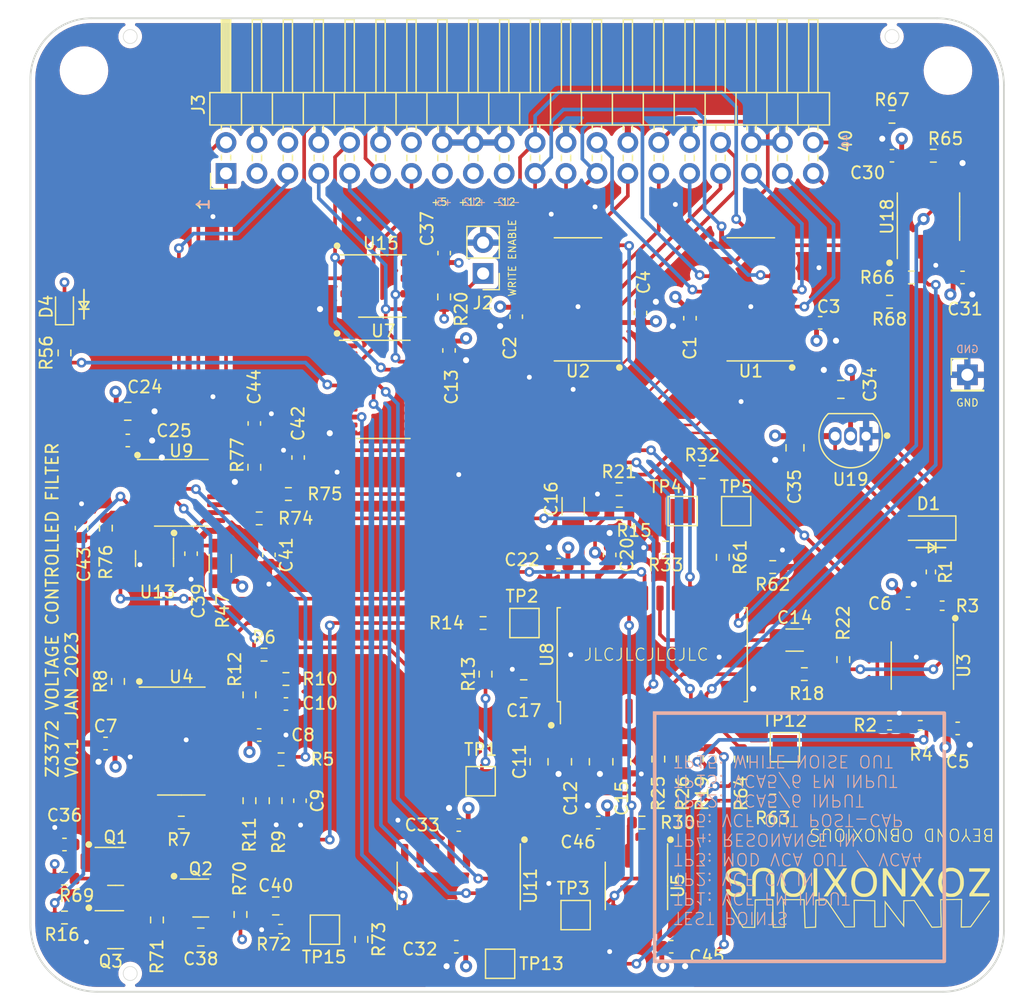
<source format=kicad_pcb>
(kicad_pcb (version 20211014) (generator pcbnew)
  (title_block (title "Z3372 Filter") (rev "0.1") (company "Zoxnoxious Engineering"))
  (layers (0 "F.Cu" signal) (1 "In1.Cu" power) (2 "In2.Cu" power) (31 "B.Cu" signal) (34 "B.Paste" user) (35 "F.Paste" user) (36 "B.SilkS" user "B.Silkscreen") (37 "F.SilkS" user "F.Silkscreen") (38 "B.Mask" user) (39 "F.Mask" user) (44 "Edge.Cuts" user))
  (net 0 "")
  (net 1 "GND")
  (net 2 "-12V")
  (net 3 "/CARD2_OUT2")
  (net 4 "+12V")
  (net 5 "/CARD3_OUT2")
  (net 6 "/CARD4_OUT2")
  (net 7 "+5V")
  (net 8 "/CARD5_OUT2")
  (net 9 "/SDA1")
  (net 10 "/SCL1")
  (net 11 "/CARD6_OUT2")
  (net 12 "Net-(C9-Pad1)")
  (net 13 "Net-(C10-Pad1)")
  (net 14 "Net-(C14-Pad1)")
  (net 15 "Net-(C14-Pad2)")
  (net 16 "-5V")
  (net 17 "/VCF_SIGNAL1")
  (net 20 "/DAC/VCF_CV_DAC")
  (net 21 "/DAC/PAN_VCA_CV_DAC")
  (net 22 "/DAC/VREF_2.5V_BUFFERED")
  (net 23 "Net-(R11-Pad1)")
  (net 24 "Net-(C36-Pad1)")
  (net 25 "Net-(R12-Pad1)")
  (net 26 "/DAC/VCF_CV")
  (net 27 "/GPIO_MODULE_DRIVEN")
  (net 28 "/I2C_ADDR0")
  (net 29 "/I2C_ADDR2")
  (net 30 "/I2C_ADDR1")
  (net 31 "/DAC/PAN_VCA_CV")
  (net 32 "Net-(R13-Pad1)")
  (net 33 "/filter_as3372/VCF_FM")
  (net 34 "Net-(C11-Pad1)")
  (net 35 "Net-(C12-Pad1)")
  (net 36 "Net-(R18-Pad1)")
  (net 37 "/DAC/VREF_2.5V")
  (net 38 "/LED_CTRL")
  (net 39 "Net-(D4-Pad1)")
  (net 40 "/THIS_OUT2")
  (net 41 "/THIS_OUT1")
  (net 42 "/CARD6_OUT1")
  (net 43 "/CARD5_OUT1")
  (net 44 "/CARD4_OUT1")
  (net 45 "/CARD3_OUT1")
  (net 46 "/CARD2_OUT1")
  (net 47 "/CARD1_OUT2")
  (net 48 "/CARD1_OUT1")
  (net 49 "/SPI_CLK")
  (net 50 "Net-(R19-Pad1)")
  (net 51 "/SPI_MOSI")
  (net 53 "/VCF_SIGNAL2")
  (net 54 "/CARD7_OUT1")
  (net 55 "Net-(C17-Pad2)")
  (net 56 "/SPI_CS0")
  (net 58 "Net-(J2-Pad1)")
  (net 62 "Net-(C16-Pad2)")
  (net 63 "Net-(R32-Pad2)")
  (net 64 "Net-(R61-Pad2)")
  (net 65 "Net-(R63-Pad1)")
  (net 66 "/filter_as3372/VCA_FM")
  (net 67 "/filter_as3372/VCA6_OUT")
  (net 68 "Net-(R65-Pad2)")
  (net 69 "/filter_as3372/VCA5_OUT")
  (net 70 "Net-(R66-Pad2)")
  (net 71 "/VCF_SIG1_CTRL0")
  (net 72 "/VCF_SIG1_EN")
  (net 73 "/VCF_SIG1_CTRL2")
  (net 74 "/VCF_SIG1_CTRL1")
  (net 75 "/VCF_SIG2_CTRL0")
  (net 76 "/VCF_SIG2_EN")
  (net 77 "Net-(R2-Pad1)")
  (net 78 "/VCF_SIG2_CTRL2")
  (net 79 "/VCF_SIG2_CTRL1")
  (net 80 "/VCF_FM_CTRL")
  (net 81 "/VCA_FM_CTRL")
  (net 82 "Net-(C15-Pad1)")
  (net 84 "/DAC/SIG1_VCA1_CV")
  (net 85 "/DAC/SIG2_VCA2_CV")
  (net 86 "/DAC/RESONANCE_CV")
  (net 87 "/DAC/MOD_AMOUNT_VCA3_CV")
  (net 88 "Net-(C16-Pad1)")
  (net 89 "Net-(C38-Pad2)")
  (net 91 "Net-(C38-Pad1)")
  (net 92 "Net-(C40-Pad1)")
  (net 93 "Net-(C40-Pad2)")
  (net 94 "Net-(Q1-Pad1)")
  (net 96 "Net-(R1-Pad2)")
  (net 97 "Net-(R2-Pad2)")
  (net 98 "/filter_as3372/WHITE_NOISE")
  (net 99 "/WHITE_NOISE_CTRL")
  (net 100 "/DAC/SIG1_VCA_DAC")
  (net 101 "/DAC/SIG2_VCA_DAC")
  (net 102 "/DAC/MOD_AMOUNT_VCA3_DAC")
  (net 103 "/DAC/RESONANCE_DAC")
  (net 104 "/filter_as3372/MOD_VCA_OUT")
  (net 105 "Net-(R1-Pad1)")
  (net 106 "Net-(U4-Pad6)")
  (net 107 "Net-(U11-Pad15)")
  (net 108 "Net-(U11-Pad2)")
  (net 110 "Net-(Q3-Pad1)")
  (net 111 "/DAC/NOISE_CONTROL_CV")
  (footprint "Capacitor_SMD:C_0805_2012Metric" (layer "F.Cu") (at 75 57.8)
    (fp_text reference "C24")
    (fp_text value "4.7u")
  )
  (footprint "Capacitor_SMD:C_0603_1608Metric" (layer "F.Cu") (at 75 60.2)
    (fp_text reference "C25")
    (fp_text value "0.1u")
  )
  (footprint "Resistor_SMD:R_1206_3216Metric" (layer "F.Cu") (at 82.6 70.3 90)
    (fp_text reference "R47")
    (fp_text value "4k7")
  )
  (footprint "Capacitor_SMD:C_0603_1608Metric" (layer "F.Cu") (at 101.4 52.8 90)
    (fp_text reference "C13")
    (fp_text value "0.1u")
  )
  (footprint "MountingHole:MountingHole_3.2mm_M3" (layer "F.Cu") (at 71.4 29.8)
    (fp_text reference "H1" hide)
    (fp_text value "MountingHole")
  )
  (footprint "MountingHole:MountingHole_3.2mm_M3" (layer "F.Cu") (at 142.4 29.8)
    (fp_text reference "H3" hide)
    (fp_text value "MountingHole")
  )
  (footprint "Package_SO:TSSOP-24_4.4x7.8mm_P0.65mm" (layer "F.Cu") (at 96 56)
    (fp_text reference "U7")
    (fp_text value "CAT9555YI-T2")
  )
  (footprint "project_footprints:zoxnoxious_small" (layer "F.Cu") (at 135 97.8 180)
    (fp_text reference "G***" hide)
    (fp_text value "LOGO" hide)
  )
  (footprint "Resistor_SMD:R_0603_1608Metric" (layer "F.Cu") (at 69.8 53 -90)
    (fp_text reference "R56")
    (fp_text value "2k")
  )
  (footprint "LED_SMD:LED_0603_1608Metric" (layer "F.Cu") (at 69.8 49.2 90)
    (fp_text reference "D4")
    (fp_text value "LED")
  )
  (footprint "Connector_PinHeader_2.54mm:PinHeader_2x20_P2.54mm_Horizontal" (layer "F.Cu") (at 83.075 38.25 90)
    (fp_text reference "J3")
    (fp_text value "Conn_02x20_Odd_Even")
  )
  (footprint "Capacitor_SMD:C_0603_1608Metric" (layer "F.Cu") (at 101 44.8 -90)
    (fp_text reference "C37")
    (fp_text value "0.1u")
  )
  (footprint "Package_TO_SOT_SMD:SOT-23" (layer "F.Cu") (at 77.2 69.9 -90)
    (fp_text reference "U13")
    (fp_text value "LM4040AIM3-2.5")
  )
  (footprint "Capacitor_SMD:C_0603_1608Metric" (layer "F.Cu") (at 80.2 69.5 -90)
    (fp_text reference "C39")
    (fp_text value "0.1u")
  )
  (footprint "Package_SO:SOIC-8_3.9x4.9mm_P1.27mm" (layer "F.Cu") (at 95.925 47.505)
    (fp_text reference "U15")
    (fp_text value "M24C02-WMN")
  )
  (footprint "Resistor_SMD:R_0603_1608Metric" (layer "F.Cu") (at 85 89.8 -90)
    (fp_text reference "R11")
    (fp_text value "3.3k")
  )
  (footprint "Diode_SMD:D_SOD-123" (layer "F.Cu") (at 140.8 67.4 180)
    (fp_text reference "D1")
    (fp_text value "1N4148")
  )
  (footprint "Resistor_SMD:R_0603_1608Metric" (layer "F.Cu") (at 141.2 36.8 180)
    (fp_text reference "R65")
    (fp_text value "33k")
  )
  (footprint "Capacitor_SMD:C_0805_2012Metric" (layer "F.Cu") (at 129.83 60.8 90)
    (fp_text reference "C35")
    (fp_text value "1u")
  )
  (footprint "Resistor_SMD:R_0603_1608Metric" (layer "F.Cu") (at 122.8 86.38 -90)
    (fp_text reference "R19")
    (fp_text value "68k")
  )
  (footprint "Connector_PinHeader_2.54mm:PinHeader_1x02_P2.54mm_Vertical" (layer "F.Cu") (at 104.2 46.475 180)
    (fp_text reference "J2")
    (fp_text value "Conn_01x02")
  )
  (footprint "Resistor_SMD:R_0603_1608Metric" (layer "F.Cu") (at 122.2 62.8 180)
    (fp_text reference "R32")
    (fp_text value "24k")
  )
  (footprint "Capacitor_SMD:C_0805_2012Metric" (layer "F.Cu") (at 115.6 86.6 -90)
    (fp_text reference "C15")
    (fp_text value "330p")
  )
  (footprint "Resistor_SMD:R_0603_1608Metric" (layer "F.Cu") (at 85.8 66.6)
    (fp_text reference "R74")
    (fp_text value "15k")
  )
  (footprint "Capacitor_SMD:C_0805_2012Metric" (layer "F.Cu") (at 133.6 56)
    (fp_text reference "C34")
    (fp_text value "1u")
  )
  (footprint "Resistor_SMD:R_0402_1005Metric" (layer "F.Cu") (at 87.5625 100.35 180)
    (fp_text reference "R72")
    (fp_text value "100k")
  )
  (footprint "Resistor_SMD:R_0603_1608Metric" (layer "F.Cu") (at 88.2 64.6)
    (fp_text reference "R75")
    (fp_text value "15k")
  )
  (footprint "Resistor_SMD:R_0603_1608Metric" (layer "F.Cu") (at 104.2 75.2 180)
    (fp_text reference "R14")
    (fp_text value "20k")
  )
  (footprint "Capacitor_SMD:C_0603_1608Metric" (layer "F.Cu") (at 88 81.85)
    (fp_text reference "C10")
    (fp_text value "8.2p")
  )
  (footprint "Resistor_SMD:R_0603_1608Metric" (layer "F.Cu") (at 85.4 62.4 90)
    (fp_text reference "R77")
    (fp_text value "15k")
  )
  (footprint "TestPoint:TestPoint_Pad_2.0x2.0mm" (layer "F.Cu") (at 107.6 75.2 90)
    (fp_text reference "TP2")
    (fp_text value "TestPoint")
  )
  (footprint "Capacitor_SMD:C_0805_2012Metric" (layer "F.Cu") (at 87.1625 98.45)
    (fp_text reference "C40")
    (fp_text value "4.7u")
  )
  (footprint "Package_SO:SOIC-8_3.9x4.9mm_P1.27mm" (layer "F.Cu") (at 116.8 96.8 -90)
    (fp_text reference "U5")
    (fp_text value "TL072")
  )
  (footprint "Resistor_SMD:R_0603_1608Metric" (layer "F.Cu") (at 118.6 86.38 90)
    (fp_text reference "R25")
    (fp_text value "1k")
  )
  (footprint "Package_SO:TSSOP-16_4.4x5mm_P0.65mm" (layer "F.Cu") (at 79.4 64.5)
    (fp_text reference "U9")
    (fp_text value "AD5328")
  )
  (footprint "Package_SO:SOIC-16_3.9x9.9mm_P1.27mm" (layer "F.Cu") (at 102.2 96.8 -90)
    (fp_text reference "U11")
    (fp_text value "DG442xY")
  )
  (footprint "Capacitor_SMD:C_0603_1608Metric" (layer "F.Cu") (at 119.66 101.8 180)
    (fp_text reference "C45")
    (fp_text value "0.1u")
  )
  (footprint "Capacitor_SMD:C_0603_1608Metric" (layer "F.Cu") (at 86.6 69.6 -90)
    (fp_text reference "C41")
    (fp_text value "10n")
  )
  (footprint "Capacitor_SMD:C_0805_2012Metric" (layer "F.Cu") (at 81 101)
    (fp_text reference "C38")
    (fp_text value "4.7u")
  )
  (footprint "Resistor_SMD:R_0402_1005Metric" (layer "F.Cu") (at 141.925 73.775)
    (fp_text reference "R3")
    (fp_text value "100k")
  )
  (footprint "Capacitor_SMD:C_0603_1608Metric" (layer "F.Cu") (at 69.8 93.4 180)
    (fp_text reference "C36")
    (fp_text value "0.1u")
  )
  (footprint "Resistor_SMD:R_0402_1005Metric" (layer "F.Cu") (at 137.6 83.6)
    (fp_text reference "R2")
    (fp_text value "100k")
  )
  (footprint "Capacitor_SMD:C_0603_1608Metric" (layer "F.Cu") (at 73.175 85.1)
    (fp_text reference "C7")
    (fp_text value "0.1u")
  )
  (footprint "Capacitor_SMD:C_0805_2012Metric" (layer "F.Cu") (at 112.2 86.6 -90)
    (fp_text reference "C12")
    (fp_text value "33n")
  )
  (footprint "TestPoint:TestPoint_Pad_2.0x2.0mm" (layer "F.Cu") (at 111.8 99.2 90)
    (fp_text reference "TP3")
    (fp_text value "TestPoint")
  )
  (footprint "Resistor_SMD:R_0603_1608Metric" (layer "F.Cu") (at 73.2 67.4 -90)
    (fp_text reference "R76")
    (fp_text value "15k")
  )
  (footprint "Capacitor_SMD:C_1206_3216Metric" (layer "F.Cu") (at 129.8 76.6)
    (fp_text reference "C14")
    (fp_text value "2.2u")
  )
  (footprint "Capacitor_SMD:C_0603_1608Metric" (layer "F.Cu") (at 139.125 73.575 180)
    (fp_text reference "C6")
    (fp_text value "0.1u")
  )
  (footprint "TestPoint:TestPoint_Pad_2.0x2.0mm" (layer "F.Cu") (at 120.6 66 90)
    (fp_text reference "TP4")
    (fp_text value "TestPoint")
  )
  (footprint "Package_TO_SOT_SMD:SOT-23" (layer "F.Cu") (at 81 97.8)
    (fp_text reference "Q2")
    (fp_text value "MMBT3904")
  )
  (footprint "Resistor_SMD:R_0603_1608Metric" (layer "F.Cu") (at 139.4 46.8 180)
    (fp_text reference "R66")
    (fp_text value "33k")
  )
  (footprint "Package_SO:SOIC-16_3.9x9.9mm_P1.27mm" (layer "F.Cu") (at 126.2 48.6 180)
    (fp_text reference "U1")
    (fp_text value "MUX508")
  )
  (footprint "Package_TO_SOT_SMD:SOT-23" (layer "F.Cu") (at 74 95.2)
    (fp_text reference "Q1")
    (fp_text value "MMBT3904")
  )
  (footprint "Package_SO:SOIC-24W_7.5x15.4mm_P1.27mm" (layer "F.Cu") (at 118.1 77.8 90)
    (fp_text reference "U8")
    (fp_text value "AS3372")
  )
  (footprint "Capacitor_SMD:C_0603_1608Metric" (layer "F.Cu") (at 89.15 89.8 -90)
    (fp_text reference "C9")
    (fp_text value "68n")
  )
  (footprint "Resistor_SMD:R_0402_1005Metric" (layer "F.Cu") (at 140.125 83.6)
    (fp_text reference "R4")
    (fp_text value "100k")
  )
  (footprint "Capacitor_SMD:C_0603_1608Metric" (layer "F.Cu") (at 85.4 58.8 90)
    (fp_text reference "C44")
    (fp_text value "10n")
  )
  (footprint "Capacitor_SMD:C_0603_1608Metric" (layer "F.Cu") (at 143.6 46.8)
    (fp_text reference "C31")
    (fp_text value "0.1u")
  )
  (footprint "Resistor_SMD:R_0603_1608Metric" (layer "F.Cu") (at 115.4 66.2)
    (fp_text reference "R15")
    (fp_text value "36k")
  )
  (footprint "Resistor_SMD:R_0603_1608Metric" (layer "F.Cu") (at 120.6 86.38 90)
    (fp_text reference "R26")
    (fp_text value "1k")
  )
  (footprint "Capacitor_SMD:C_0603_1608Metric" (layer "F.Cu") (at 113.66 91.6 180)
    (fp_text reference "C46")
    (fp_text value "0.1u")
  )
  (footprint "Resistor_SMD:R_0603_1608Metric" (layer "F.Cu") (at 137.8 33.6 180)
    (fp_text reference "R67")
    (fp_text value "1k")
  )
  (footprint "Resistor_SMD:R_0603_1608Metric" (layer "F.Cu") (at 115.375 64.2)
    (fp_text reference "R21")
    (fp_text value "1k")
  )
  (footprint "Resistor_SMD:R_0603_1608Metric" (layer "F.Cu") (at 74.2 80 90)
    (fp_text reference "R8")
    (fp_text value "20k")
  )
  (footprint "Capacitor_SMD:C_0603_1608Metric" (layer "F.Cu") (at 71.2 67.4 90)
    (fp_text reference "C43")
    (fp_text value "10n")
  )
  (footprint "Resistor_SMD:R_0402_1005Metric" (layer "F.Cu") (at 141 71 -90)
    (fp_text reference "R1")
    (fp_text value "100k")
  )
  (footprint "Resistor_SMD:R_0603_1608Metric" (layer "F.Cu") (at 123.9 69.8 -90)
    (fp_text reference "R61")
    (fp_text value "22k")
  )
  (footprint "Resistor_SMD:R_0603_1608Metric" (layer "F.Cu") (at 87.15 89.8 90)
    (fp_text reference "R9")
    (fp_text value "120k")
  )
  (footprint "TestPoint:TestPoint_Pad_2.0x2.0mm" (layer "F.Cu") (at 104 88.2 90)
    (fp_text reference "TP1")
    (fp_text value "TestPoint")
  )
  (footprint "TestPoint:TestPoint_Pad_2.0x2.0mm" (layer "F.Cu") (at 125 66 90)
    (fp_text reference "TP5")
    (fp_text value "TestPoint")
  )
  (footprint "Resistor_SMD:R_0603_1608Metric" (layer "F.Cu") (at 128 70.6 180)
    (fp_text reference "R62")
    (fp_text value "1k")
  )
  (footprint "TestPoint:TestPoint_Pad_2.0x2.0mm" (layer "F.Cu") (at 91.2 100.4 90)
    (fp_text reference "TP15")
    (fp_text value "TestPoint")
  )
  (footprint "Package_SO:SOIC-14_3.9x8.7mm_P1.27mm" (layer "F.Cu") (at 79.4 84.9)
    (fp_text reference "U4")
    (fp_text value "TL074")
  )
  (footprint "Resistor_SMD:R_0603_1608Metric" (layer "F.Cu") (at 85 81.1 90)
    (fp_text reference "R12")
    (fp_text value "20k")
  )
  (footprint "Capacitor_SMD:C_0603_1608Metric" (layer "F.Cu") (at 114.6 69.6 -90)
    (fp_text reference "C20")
    (fp_text value "0.1u")
  )
  (footprint "Capacitor_SMD:C_0603_1608Metric" (layer "F.Cu") (at 143.2 83.86 180)
    (fp_text reference "C5")
    (fp_text value "0.1u")
  )
  (footprint "Capacitor_SMD:C_0805_2012Metric" (layer "F.Cu") (at 108.8 86.6 -90)
    (fp_text reference "C11")
    (fp_text value "33n")
  )
  (footprint "Resistor_SMD:R_0603_1608Metric" (layer "F.Cu") (at 84.2625 99.15 90)
    (fp_text reference "R70")
    (fp_text value "4k7")
  )
  (footprint "Package_TO_SOT_SMD:SOT-23" (layer "F.Cu") (at 74 100.4)
    (fp_text reference "Q3")
    (fp_text value "MMBT3904")
  )
  (footprint "Resistor_SMD:R_0603_1608Metric" (layer "F.Cu") (at 125.4 86.38 -90)
    (fp_text reference "R64")
    (fp_text value "47k")
  )
  (footprint "Resistor_SMD:R_0603_1608Metric" (layer "F.Cu") (at 137.6 48.8 180)
    (fp_text reference "R68")
    (fp_text value "1k")
  )
  (footprint "Resistor_SMD:R_0603_1608Metric" (layer "F.Cu") (at 87.6 86.4 180)
    (fp_text reference "R5")
    (fp_text value "2.4k")
  )
  (footprint "TestPoint:TestPoint_Pad_2.0x2.0mm" (layer "F.Cu") (at 129 85.4 90)
    (fp_text reference "TP12")
    (fp_text value "TestPoint")
  )
  (footprint "Resistor_SMD:R_0603_1608Metric" (layer "F.Cu") (at 88 79.8 180)
    (fp_text reference "R10")
    (fp_text value "20k")
  )
  (footprint "Resistor_SMD:R_0603_1608Metric" (layer "F.Cu") (at 119.2 69 180)
    (fp_text reference "R33")
    (fp_text value "1k")
  )
  (footprint "TestPoint:TestPoint_Pad_2.0x2.0mm" (layer "F.Cu") (at 105.6 103.2 -90)
    (fp_text reference "TP13")
    (fp_text value "TestPoint")
  )
  (footprint "Resistor_SMD:R_0603_1608Metric" (layer "F.Cu") (at 77.4 99.6 -90)
    (fp_text reference "R71")
    (fp_text value "1k")
  )
  (footprint "Resistor_SMD:R_0603_1608Metric" (layer "F.Cu") (at 86.2 77.8)
    (fp_text reference "R6")
    (fp_text value "20k")
  )
  (footprint "Resistor_SMD:R_0603_1608Metric" (layer "F.Cu") (at 133.8 78.2 -90)
    (fp_text reference "R22")
    (fp_text value "22k")
  )
  (footprint "Capacitor_SMD:C_0603_1608Metric" (layer "F.Cu") (at 89 61.6 90)
    (fp_text reference "C42")
    (fp_text value "10n")
  )
  (footprint "Capacitor_SMD:C_0603_1608Metric" (layer "F.Cu") (at 117.135 49.725 -90)
    (fp_text reference "C4")
    (fp_text value "0.1u")
  )
  (footprint "Capacitor_SMD:C_0603_1608Metric" (layer "F.Cu") (at 106.925 50.025 90)
    (fp_text reference "C2")
    (fp_text value "0.1u")
  )
  (footprint "Capacitor_SMD:C_0603_1608Metric" (layer "F.Cu") (at 137.8 36.8)
    (fp_text reference "C30")
    (fp_text value "0.1u")
  )
  (footprint "Capacitor_SMD:C_0603_1608Metric" (layer "F.Cu") (at 85.8 84.4 180)
    (fp_text reference "C8")
    (fp_text value "0.1u")
  )
  (footprint "Resistor_SMD:R_0603_1608Metric" (layer "F.Cu") (at 130.6 79.4)
    (fp_text reference "R18")
    (fp_text value "68k")
  )
  (footprint "Resistor_SMD:R_0603_1608Metric" (layer "F.Cu") (at 101 48.4 90)
    (fp_text reference "R20")
    (fp_text value "5k1")
  )
  (footprint "Connector_PinHeader_2.54mm:PinHeader_1x01_P2.54mm_Vertical" (layer "F.Cu") (at 144 54.8)
    (fp_text reference "J1" hide)
    (fp_text value "Conn_01x01")
  )
  (footprint "Resistor_SMD:R_0603_1608Metric" (layer "F.Cu") (at 94.2 101.2 -90)
    (fp_text reference "R73")
    (fp_text value "22k")
  )
  (footprint "Capacitor_SMD:C_0805_2012Metric" (layer "F.Cu") (at 107.5375 80.6)
    (fp_text reference "C17")
    (fp_text value "33n")
  )
  (footprint "Resistor_SMD:R_0603_1608Metric" (layer "F.Cu") (at 69.8 96.2)
    (fp_text reference "R69")
    (fp_text value "680k")
  )
  (footprint "Capacitor_SMD:C_0603_1608Metric" (layer "F.Cu") (at 131.9 50.525 180)
    (fp_text reference "C3")
    (fp_text value "0.1u")
  )
  (footprint "Capacitor_SMD:C_0603_1608Metric" (layer "F.Cu") (at 102 101.8)
    (fp_text reference "C32")
    (fp_text value "0.1u")
  )
  (footprint "Capacitor_SMD:C_1206_3216Metric" (layer "F.Cu") (at 111.6 65.6 90)
    (fp_text reference "C16")
    (fp_text value "2.2u")
  )
  (footprint "Capacitor_SMD:C_0603_1608Metric" (layer "F.Cu") (at 102.2 91.8 180)
    (fp_text reference "C33")
    (fp_text value "0.1u")
  )
  (footprint "Package_SO:SOIC-16_3.9x9.9mm_P1.27mm" (layer "F.Cu") (at 112 48.6 180)
    (fp_text reference "U2")
    (fp_text value "MUX508")
  )
  (footprint "Capacitor_SMD:C_0603_1608Metric" (layer "F.Cu") (at 121.2 50.15 90)
    (fp_text reference "C1")
    (fp_text value "0.1u")
  )
  (footprint "Capacitor_SMD:C_0603_1608Metric" (layer "F.Cu") (at 110.4 70.4)
    (fp_text reference "C22")
    (fp_text value "0.1u")
  )
  (footprint "Resistor_SMD:R_0603_1608Metric" (layer "F.Cu") (at 104.4 79.4 -90)
    (fp_text reference "R13")
    (fp_text value "47k")
  )
  (footprint "Resistor_SMD:R_0603_1608Metric" (layer "F.Cu") (at 128 89.8 180)
    (fp_text reference "R63")
    (fp_text value "10k")
  )
  (footprint "Package_SO:SOIC-8_3.9x4.9mm_P1.27mm" (layer "F.Cu") (at 140.8 41.8 90)
    (fp_text reference "U18")
    (fp_text value "NE5532")
  )
  (footprint "Package_TO_SOT_THT:TO-92_Inline" (layer "F.Cu") (at 135.67 59.84 180)
    (fp_text reference "U19")
    (fp_text value "L79L05_TO92")
  )
  (footprint "Resistor_SMD:R_0603_1608Metric" (layer "F.Cu") (at 79.4 91.6)
    (fp_text reference "R7")
    (fp_text value "8.2k")
  )
  (footprint "Resistor_SMD:R_0603_1608Metric" (layer "F.Cu") (at 117.26 91.6)
    (fp_text reference "R30")
    (fp_text value "47k")
  )
  (footprint "Package_SO:SOIC-8_3.9x4.9mm_P1.27mm" (layer "F.Cu") (at 140.3 78.7 -90)
    (fp_text reference "U3")
    (fp_text value "NE5532")
  )
  (footprint "Resistor_SMD:R_0603_1608Metric" (layer "F.Cu") (at 69.8 99.4)
    (fp_text reference "R16")
    (fp_text value "1k")
  )
  (gr_rect (start 118.3 82.6) (end 142.1 103) (layer "B.SilkS") (width 0.3) (fill none))
  (gr_circle (center 71.8 98.6) (end 72 98.6) (layer "F.SilkS") (width 0.15) (fill solid))
  (gr_line (start 140.8 69.4) (end 141.4 69) (layer "F.SilkS") (width 0.15))
  (gr_line (start 141.4 69.4) (end 141.4 68.6) (layer "F.SilkS") (width 0.15))
  (gr_circle (center 92.2 51.4) (end 92.4 51.4) (layer "F.SilkS") (width 0.15) (fill solid))
  (gr_circle (center 119.6 93) (end 119.8 93) (layer "F.SilkS") (width 0.15) (fill solid))
  (gr_line (start 139.8 69) (end 142.2 69) (layer "F.SilkS") (width 0.15))
  (gr_line (start 71 48.8) (end 71.4 49.4) (layer "F.SilkS") (width 0.15))
  (gr_circle (center 75.8 61.4) (end 76 61.4) (layer "F.SilkS") (width 0.15) (fill solid))
  (gr_circle (center 75.95 80) (end 76.15 80) (layer "F.SilkS") (width 0.15) (fill solid))
  (gr_circle (center 137.6 45.6) (end 137.8 45.6) (layer "F.SilkS") (width 0.15) (fill solid))
  (gr_circle (center 78.8 96) (end 79 96) (layer "F.SilkS") (width 0.15) (fill solid))
  (gr_line (start 71.4 47.8) (end 71.4 50.2) (layer "F.SilkS") (width 0.15))
  (gr_line (start 71.8 48.8) (end 71 48.8) (layer "F.SilkS") (width 0.15))
  (gr_line (start 71 49.4) (end 71.8 49.4) (layer "F.SilkS") (width 0.15))
  (gr_circle (center 107.6 93) (end 107.8 93) (layer "F.SilkS") (width 0.15) (fill solid))
  (gr_circle (center 143 74.8) (end 143.2 74.8) (layer "F.SilkS") (width 0.15) (fill solid))
  (gr_line (start 141.4 69) (end 140.8 68.6) (layer "F.SilkS") (width 0.15))
  (gr_circle (center 115.4 54.2) (end 115.6 54.2) (layer "F.SilkS") (width 0.15) (fill solid))
  (gr_line (start 140.8 68.6) (end 140.8 69.4) (layer "F.SilkS") (width 0.15))
  (gr_circle (center 129.6 54.2) (end 129.8 54.2) (layer "F.SilkS") (width 0.15) (fill solid))
  (gr_circle (center 78.8 67.8) (end 79 67.8) (layer "F.SilkS") (width 0.15) (fill solid))
  (gr_circle (center 71.8 93.4) (end 72 93.4) (layer "F.SilkS") (width 0.15) (fill solid))
  (gr_circle (center 137.4 59.8) (end 137.6 59.8) (layer "F.SilkS") (width 0.15) (fill solid))
  (gr_circle (center 109.8 83.6) (end 110 83.6) (layer "F.SilkS") (width 0.15) (fill solid))
  (gr_circle (center 92.2 44.2) (end 92.4 44.2) (layer "F.SilkS") (width 0.15) (fill solid))
  (gr_line (start 71.4 49.4) (end 71.8 48.8) (layer "F.SilkS") (width 0.15))
  (gr_arc (start 141.5 25.5) (mid 145.389087 27.110913) (end 147 31) (layer "Edge.Cuts") (width 0.15))
  (gr_arc (start 67 30.5) (mid 68.464466 26.964466) (end 72 25.5) (layer "Edge.Cuts") (width 0.15))
  (gr_line (start 72 25.5) (end 141.5 25.5) (layer "Edge.Cuts") (width 0.15))
  (gr_arc (start 147 100.5) (mid 145.535534 104.035534) (end 142 105.5) (layer "Edge.Cuts") (width 0.15))
  (gr_arc (start 72.5 105.5) (mid 68.610913 103.889087) (end 67 100) (layer "Edge.Cuts") (width 0.15))
  (gr_line (start 142 105.5) (end 72.5 105.5) (layer "Edge.Cuts") (width 0.15))
  (gr_line (start 67 30.5) (end 67 100) (layer "Edge.Cuts") (width 0.15))
  (gr_line (start 147 100.5) (end 147 31) (layer "Edge.Cuts") (width 0.15))
  (gr_circle (center 137.8 27) (end 138.376 27) (layer "Edge.Cuts") (width 0.05) (fill none))
  (gr_circle (center 75.2 104) (end 75.776 104) (layer "Edge.Cuts") (width 0.05) (fill none))
  (gr_circle (center 75.2 27) (end 75.776 27) (layer "Edge.Cuts") (width 0.05) (fill none))
  (gr_text "-12  +12  +5" (at 103.8 40.6) (layer "B.SilkS") (effects (font (size 0.6 0.6) (thickness 0.09)) (justify mirror)))
  (gr_text "GND" (at 144 52.7) (layer "B.SilkS") (effects (font (size 0.6 0.6) (thickness 0.09)) (justify mirror)))
  (gr_text "40" (at 134 35.6 90) (layer "B.SilkS") (effects (font (size 0.6 0.6) (thickness 0.09)) (justify mirror)))
  (gr_text "1" (at 81.2 40.8 90) (layer "B.SilkS") (effects (font (size 1 1)) (justify mirror)))
  (gr_text "TEST POINTS\nTP1: VCF FM INPUT\nTP2: VCF CV IN\nTP3: MOD VCA OUT / VCA4\nTP4: RESONANCE IN\nTP5: VCF OUT POST-CAP\nTP12: VCA5/6 INPUT\nTP13: VCA5/6 FM INPUT\nTP15: WHITE NOISE OUT" (at 119.8 93 180) (layer "B.SilkS") (effects (font (size 1 1) (thickness 0.09)) (justify left mirror)))
  (gr_text "Z3372 VOLTAGE CONTROLLED FILTER\nV0.1  JAN 2023" (at 69.6 88 90) (layer "F.SilkS") (effects (font (size 1 1)) (justify left)))
  (gr_text "+5  +12  -12" (at 103.4 40.6) (layer "F.SilkS") (effects (font (size 0.6 0.6) (thickness 0.09))))
  (gr_text "JLCJLCJLCJLC" (at 117.6 77.8) (layer "F.SilkS") (effects (font (size 1 1) (thickness 0.09))))
  (gr_text "40" (at 134 35.6 90) (layer "F.SilkS") (effects (font (size 1 1))))
  (gr_text "BEYOND OBNOXIOUS" (at 138.6 92.6 180) (layer "F.SilkS") (effects (font (size 1 1) (thickness 0.09))))
  (gr_text "WRITE ENABLE" (at 106.6 45.2 90) (layer "F.SilkS") (effects (font (size 0.6 0.6) (thickness 0.09))))
  (gr_text "1" (at 81.2 40.8 90) (layer "F.SilkS") (effects (font (size 1 1))))
  (gr_text "GND" (at 144 57.1) (layer "F.SilkS") (effects (font (size 0.6 0.6) (thickness 0.09))))
  (segment (start 77.175 62.225) (end 76.5375 62.225) (width 0.4) (layer "F.Cu") (net 1))
  (segment (start 86.6 70.375) (end 86.6 72) (width 0.3) (layer "F.Cu") (net 1))
  (segment (start 86.575 84.4) (end 88 84.4) (width 0.4) (layer "F.Cu") (net 1))
  (segment (start 122.295 50.505) (end 121.875 50.925) (width 0.4) (layer "F.Cu") (net 1))
  (segment (start 120.435 101.8) (end 120.435 103.035) (width 0.4) (layer "F.Cu") (net 1))
  (segment (start 90.81 49.41) (end 90.8 49.4) (width 0.4) (layer "F.Cu") (net 1))
  (segment (start 87.975 60.825) (end 87.8 61) (width 0.3) (layer "F.Cu") (net 1))
  (segment (start 121.875 50.925) (end 121.2 50.925) (width 0.4) (layer "F.Cu") (net 1))
  (segment (start 108 50.8) (end 106.925 50.8) (width 0.4) (layer "F.Cu") (net 1))
  (segment (start 87.15 91.732523) (end 87.15 90.625) (width 0.3) (layer "F.Cu") (net 1))
  (segment (start 101.225 103.375) (end 101.2 103.4) (width 0.4) (layer "F.Cu") (net 1))
  (segment (start 89 60.825) (end 87.975 60.825) (width 0.3) (layer "F.Cu") (net 1))
  (segment (start 77.8 61.6) (end 77.175 62.225) (width 0.4) (layer "F.Cu") (net 1))
  (segment (start 139.665 76.225) (end 139.665 77.865) (width 0.3) (layer "F.Cu") (net 1))
  (segment (start 128.25 61.75) (end 128.2 61.8) (width 0.5) (layer "F.Cu") (net 1))
  (segment (start 139.9 73.575) (end 139.9 72.3) (width 0.4) (layer "F.Cu") (net 1))
  (segment (start 133.2 51.05) (end 132.675 50.525) (width 0.4) (layer "F.Cu") (net 1))
  (segment (start 142.705 38.295) (end 143.6 37.4) (width 0.4) (layer "F.Cu") (net 1))
  (segment (start 69.025 93.4) (end 69.025 92.025) (width 0.3) (layer "F.Cu") (net 1))
  (segment (start 71.2 66.625) (end 71.2 65.4) (width 0.3) (layer "F.Cu") (net 1))
  (segment (start 120.435 103.035) (end 120.8 103.4) (width 0.4) (layer "F.Cu") (net 1))
  (segment (start 109.625 69.025) (end 109.6 69) (width 0.4) (layer "F.Cu") (net 1))
  (segment (start 139.665 77.865) (end 139.8 78) (width 0.3) (layer "F.Cu") (net 1))
  (segment (start 123.725 50.505) (end 122.295 50.505) (width 0.4) (layer "F.Cu") (net 1))
  (segment (start 142.705 39.325) (end 142.705 38.295) (width 0.4) (layer "F.Cu") (net 1))
  (segment (start 129.83 61.75) (end 128.25 61.75) (width 0.5) (layer "F.Cu") (net 1))
  (segment (start 83.725 63.525) (end 83.8 63.6) (width 0.3) (layer "F.Cu") (net 1))
  (segment (start 75.23 86.17) (end 75.2 86.2) (width 0.3) (layer "F.Cu") (net 1))
  (segment (start 137.025 36.8) (end 137.025 35.425) (width 0.4) (layer "F.Cu") (net 1))
  (segment (start 76.25 70.15) (end 76 70.4) (width 0.3) (layer "F.Cu") (net 1))
  (segment (start 89.15 91.75) (end 89.2 91.8) (width 0.3) (layer "F.Cu") (net 1))
  (segment (start 72.6 86.6) (end 72.4 86.4) (width 0.4) (layer "F.Cu") (net 1))
  (segment (start 128.825 69.225) (end 128.8 69.2) (width 0.3) (layer "F.Cu") (net 1))
  (segment (start 101.4 53.575) (end 102.775 53.575) (width 0.4) (layer "F.Cu") (net 1))
  (segment (start 106.5875 80.6) (end 106.5875 79.0125) (width 0.3) (layer "F.Cu") (net 1))
  (segment (start 132.65 56) (end 132.65 54.85) (width 0.4) (layer "F.Cu") (net 1))
  (segment (start 141.435 45.765) (end 141.4 45.8) (width 0.3) (layer "F.Cu") (net 1))
  (segment (start 106.925 50.8) (end 105.6 50.8) (width 0.4) (layer "F.Cu") (net 1))
  (segment (start 101.425 90.425) (end 101.4 90.4) (width 0.4) (layer "F.Cu") (net 1))
  (segment (start 108.8 87.55) (end 110.35 87.55) (width 0.4) (layer "F.Cu") (net 1))
  (segment (start 138.395 81.175) (end 138.395 82.595) (width 0.4) (layer "F.Cu") (net 1))
  (segment (start 72.4 86.4) (end 72.4 85.1) (width 0.4) (layer "F.Cu") (net 1))
  (segment (start 86.05 100.35) (end 86 100.4) (width 0.3) (layer "F.Cu") (net 1))
  (segment (start 143.975 83.86) (end 143.975 84.975) (width 0.4) (layer "F.Cu") (net 1))
  (segment (start 112.885 91.6) (end 112.885 90.285) (width 0.4) (layer "F.Cu") (net 1))
  (segment (start 113.75 87.55) (end 113.8 87.6) (width 0.4) (layer "F.Cu") (net 1))
  (segment (start 138.395 82.595) (end 138.4 82.6) (width 0.4) (layer "F.Cu") (net 1))
  (segment (start 141.435 44.275) (end 141.435 45.765) (width 0.3) (layer "F.Cu") (net 1))
  (segment (start 110.35 87.55) (end 110.4 87.6) (width 0.4) (layer "F.Cu") (net 1))
  (segment (start 91.6 59.6) (end 91.625 59.575) (width 0.4) (layer "F.Cu") (net 1))
  (segment (start 101.425 91.8) (end 101.425 90.425) (width 0.4) (layer "F.Cu") (net 1))
  (segment (start 128.825 70.6) (end 128.825 69.225) (width 0.3) (layer "F.Cu") (net 1))
  (segment (start 119.925 50.925) (end 121.2 50.925) (width 0.4) (layer "F.Cu") (net 1))
  (segment (start 87.2 91.782523) (end 87.15 91.732523) (width 0.3) (layer "F.Cu") (net 1))
  (segment (start 117.15 87.55) (end 117.2 87.6) (width 0.4) (layer "F.Cu") (net 1))
  (segment (start 143.975 84.975) (end 144.2 85.2) (width 0.4) (layer "F.Cu") (net 1))
  (segment (start 139.665 73.81) (end 139.9 73.575) (width 0.3) (layer "F.Cu") (net 1))
  (segment (start 75.775 60.2) (end 77 60.2) (width 0.4) (layer "F.Cu") (net 1))
  (segment (start 137.025 35.425) (end 137 35.4) (width 0.4) (layer "F.Cu") (net 1))
  (segment (start 75.95 57.8) (end 77.2 57.8) (width 0.4) (layer "F.Cu") (net 1))
  (segment (start 109.625 70.4) (end 109.625 69.025) (width 0.4) (layer "F.Cu") (net 1))
  (segment (start 119.8 50.8) (end 119.925 50.925) (width 0.4) (layer "F.Cu") (net 1))
  (segment (start 91.625 59.575) (end 93.1375 59.575) (width 0.4) (layer "F.Cu") (net 1))
  (segment (start 73.0625 101.35) (end 71.65 101.35) (width 0.3) (layer "F.Cu") (net 1))
  (segment (start 112.2 87.55) (end 113.75 87.55) (width 0.4) (layer "F.Cu") (net 1))
  (segment (start 82.2625 63.525) (end 83.725 63.525) (width 0.3) (layer "F.Cu") (net 1))
  (segment (start 144.375 46.8) (end 144.375 48.175) (width 0.4) (layer "F.Cu") (net 1))
  (segment (start 115.6 87.55) (end 117.15 87.55) (width 0.4) (layer "F.Cu") (net 1))
  (segment (start 109.525 50.505) (end 108.295 50.505) (width 0.4) (layer "F.Cu") (net 1))
  (segment (start 118.25 48.95) (end 118.4 48.8) (width 0.4) (layer "F.Cu") (net 1))
  (segment (start 101.225 101.8) (end 101.225 103.375) (width 0.4) (layer "F.Cu") (net 1))
  (segment (start 114 64.2) (end 113.6 64.6) (width 0.3) (layer "F.Cu") (net 1))
  (segment (start 76.25 68.9625) (end 76.25 70.15) (width 0.3) (layer "F.Cu") (net 1))
  (segment (start 71.65 101.35) (end 71.6 101.4) (width 0.3) (layer "F.Cu") (net 1))
  (segment (start 85.4 58.025) (end 86.775 58.025) (width 0.3) (layer "F.Cu") (net 1))
  (segment (start 118.375 69) (end 117.4 69) (width 0.3) (layer "F.Cu") (net 1))
  (segment (start 133.2 52) (end 133.2 51.05) (width 0.4) (layer "F.Cu") (net 1))
  (segment (start 125.085 82.45) (end 125.085 81.915) (width 0.4) (layer "F.Cu") (net 1))
  (segment (start 76.925 86.17) (end 75.23 86.17) (width 0.3) (layer "F.Cu") (net 1))
  (segment (start 87.0525 100.35) (end 86.05 100.35) (width 0.3) (layer "F.Cu") (net 1))
  (segment (start 106.5875 79.0125) (end 106.6 79) (width 0.3) (layer "F.Cu") (net 1))
  (segment (start 132.65 54.85) (end 132.2 54.4) (width 0.4) (layer "F.Cu") (net 1))
  (segment (start 89.15 90.575) (end 89.15 91.75) (width 0.3) (layer "F.Cu") (net 1))
  (segment (start 144.375 48.175) (end 144.4 48.2) (width 0.4) (layer "F.Cu") (net 1))
  (segment (start 80.2 70.275) (end 80.2 71.6) (width 0.3) (layer "F.Cu") (net 1))
  (segment (start 125.085 81.915) (end 126.4 80.6) (width 0.4) (layer "F.Cu") (net 1))
  (segment (start 69.025 92.025) (end 69 92) (width 0.3) (layer "F.Cu") (net 1))
  (segment (start 102.775 53.575) (end 102.8 53.6) (width 0.4) (layer "F.Cu") (net 1))
  (segment (start 139.9 72.3) (end 139.6 72) (width 0.4) (layer "F.Cu") (net 1))
  (segment (start 108.295 50.505) (end 108 50.8) (width 0.4) (layer "F.Cu") (net 1))
  (segment (start 114.6 68.825) (end 114.6 67.8) (width 0.4) (layer "F.Cu") (net 1))
  (segment (start 86.775 58.025) (end 86.8 58) (width 0.3) (layer "F.Cu") (net 1))
  (segment (start 114.55 64.2) (end 114 64.2) (width 0.3) (layer "F.Cu") (net 1))
  (segment (start 112.885 90.285) (end 112.8 90.2) (width 0.4) (layer "F.Cu") (net 1))
  (segment (start 93.45 49.41) (end 90.81 49.41) (width 0.4) (layer "F.Cu") (net 1))
  (segment (start 139.665 76.225) (end 139.665 73.81) (width 0.3) (layer "F.Cu") (net 1))
  (segment (start 117.135 48.95) (end 118.25 48.95) (width 0.4) (layer "F.Cu") (net 1))
  (via (at 77 60.2) (size 1) (drill 0.5) (layers "F.Cu" "B.Cu") (net 1))
  (via (at 90.8 49.4) (size 1) (drill 0.5) (layers "F.Cu" "B.Cu") (net 1))
  (via (at 79.8 84.8) (size 0.8) (drill 0.4) (layers "F.Cu" "B.Cu") (net 1))
  (via (at 86.6 72) (size 0.8) (drill 0.4) (layers "F.Cu" "B.Cu") (net 1))
  (via (at 139.8 78) (size 0.8) (drill 0.4) (layers "F.Cu" "B.Cu") (net 1))
  (via (at 126.2 49.2) (size 0.8) (drill 0.4) (layers "F.Cu" "B.Cu") (net 1))
  (via (at 109.8 41.6) (size 0.8) (drill 0.4) (layers "F.Cu" "B.Cu") (net 1))
  (via (at 101.2 103.4) (size 1) (drill 0.5) (layers "F.Cu" "B.Cu") (net 1))
  (via (at 112 49.2) (size 0.8) (drill 0.4) (layers "F.Cu" "B.Cu") (net 1))
  (via (at 113.6 64.6) (size 0.8) (drill 0.4) (layers "F.Cu" "B.Cu") (net 1))
  (via (at 102.8 53.6) (size 1) (drill 0.5) (layers "F.Cu" "B.Cu") (net 1))
  (via (at 83.8 63.6) (size 1) (drill 0.5) (layers "F.Cu" "B.Cu") (net 1))
  (via (at 143.6 37.4) (size 1) (drill 0.5) (layers "F.Cu" "B.Cu") (net 1))
  (via (at 105.6 50.8) (size 1) (drill 0.5) (layers "F.Cu" "B.Cu") (net 1))
  (via (at 72.6 86.6) (size 1) (drill 0.5) (layers "F.Cu" "B.Cu") (net 1))
  (via (at 111.6 56) (size 0.8) (drill 0.4) (layers "F.Cu" "B.Cu") (net 1))
  (via (at 126.4 80.6) (size 1) (drill 0.5) (layers "F.Cu" "B.Cu") (net 1))
  (via (at 112.8 90.2) (size 1) (drill 0.5) (layers "F.Cu" "B.Cu") (net 1))
  (via (at 69 92) (size 0.8) (drill 0.4) (layers "F.Cu" "B.Cu") (net 1))
  (via (at 80.2 71.6) (size 0.8) (drill 0.4) (layers "F.Cu" "B.Cu") (net 1))
  (via (at 138.4 82.6) (size 0.8) (drill 0.4) (layers "F.Cu" "B.Cu") (net 1))
  (via (at 128.8 69.2) (size 0.8) (drill 0.4) (layers "F.Cu" "B.Cu") (net 1))
  (via (at 114.6 67.8) (size 1) (drill 0.5) (layers "F.Cu" "B.Cu") (net 1))
  (via (at 77.2 57.8) (size 1) (drill 0.5) (layers "F.Cu" "B.Cu") (net 1))
  (via (at 113.8 87.6) (size 1) (drill 0.5) (layers "F.Cu" "B.Cu") (net 1))
  (via (at 110.4 87.6) (size 1) (drill 0.5) (layers "F.Cu" "B.Cu") (net 1))
  (via (at 109.6 69) (size 1) (drill 0.5) (layers "F.Cu" "B.Cu") (net 1))
  (via (at 144.4 48.2) (size 1) (drill 0.5) (layers "F.Cu" "B.Cu") (net 1))
  (via (at 101.4 90.4) (size 1) (drill 0.5) (layers "F.Cu" "B.Cu") (net 1))
  (via (at 75.2 86.2) (size 0.8) (drill 0.4) (layers "F.Cu" "B.Cu") (net 1))
  (via (at 102.2 63) (size 0.8) (drill 0.4) (layers "F.Cu" "B.Cu") (net 1))
  (via (at 94 42) (size 0.8) (drill 0.4) (layers "F.Cu" "B.Cu") (net 1))
  (via (at 144.2 85.2) (size 1) (drill 0.5) (layers "F.Cu" "B.Cu") (net 1))
  (via (at 111.4 77.8) (size 0.8) (drill 0.4) (layers "F.Cu" "B.Cu") (net 1))
  (via (at 109.6 96.6) (size 0.8) (drill 0.4) (layers "F.Cu" "B.Cu") (net 1))
  (via (at 71.2 65.4) (size 0.8) (drill 0.4) (layers "F.Cu" "B.Cu") (net 1))
  (via (at 141.4 45.8) (size 0.8) (drill 0.4) (layers "F.Cu" "B.Cu") (net 1))
  (via (at 117.4 69) (size 0.8) (drill 0.4) (layers "F.Cu" "B.Cu") (net 1))
  (via (at 86.8 58) (size 0.8) (drill 0.4) (layers "F.Cu" "B.Cu") (net 1))
  (via (at 87.2 91.782523) (size 0.8) (drill 0.4) (layers "F.Cu" "B.Cu") (net 1))
  (via (at 77.8 61.6) (size 1) (drill 0.5) (layers "F.Cu" "B.Cu") (net 1))
  (via (at 125.4 57) (size 0.8) (drill 0.4) (layers "F.Cu" "B.Cu") (net 1))
  (via (at 119.8 50.8) (size 1) (drill 0.5) (layers "F.Cu" "B.Cu") (net 1))
  (via (at 133.2 52) (size 1) (drill 0.5) (layers "F.Cu" "B.Cu") (net 1))
  (via (at 120.8 103.4) (size 1) (drill 0.5) (layers "F.Cu" "B.Cu") (net 1))
  (via (at 132.2 54.4) (size 1) (drill 0.5) (layers "F.Cu" "B.Cu") (net 1))
  (via (at 131.8 46) (size 0.8) (drill 0.4) (layers "F.Cu" "B.Cu") (net 1))
  (via (at 92.2 62.8) (size 0.8) (drill 0.4) (layers "F.Cu" "B.Cu") (net 1))
  (via (at 123.6 78) (size 0.8) (drill 0.4) (layers "F.Cu" "B.Cu") (net 1))
  (via (at 113.4 41) (size 0.8) (drill 0.4) (layers "F.Cu" "B.Cu") (net 1))
  (via (at 76 70.4) (size 0.8) (drill 0.4) (layers "F.Cu" "B.Cu") (net 1))
  (via (at 87.8 61) (size 0.8) (drill 0.4) (layers "F.Cu" "B.Cu") (net 1))
  (via (at 91.6 59.6) (size 1) (drill 0.5) (layers "F.Cu" "B.Cu") (net 1))
  (via (at 106.6 79) (size 0.8) (drill 0.4) (layers "F.Cu" "B.Cu") (net 1))
  (via (at 120 40.8) (size 0.8) (drill 0.4) (layers "F.Cu" "B.Cu") (net 1))
  (via (at 71.6 101.4) (size 0.8) (drill 0.4) (layers "F.Cu" "B.Cu") (net 1))
  (via (at 139.6 72) (size 1) (drill 0.5) (layers "F.Cu" "B.Cu") (net 1))
  (via (at 118.4 48.8) (size 1) (drill 0.5) (layers "F.Cu" "B.Cu") (net 1))
  (via (at 82 56.6) (size 0.8) (drill 0.4) (layers "F.Cu" "B.Cu") (net 1))
  (via (at 108 55) (size 0.8) (drill 0.4) (layers "F.Cu" "B.Cu") (net 1))
  (via (at 137 35.4) (size 1) (drill 0.5) (layers "F.Cu" "B.Cu") (net 1))
  (via (at 82 41.8) (size 0.8) (drill 0.4) (layers "F.Cu" "B.Cu") (net 1))
  (via (at 88 84.4) (size 0.8) (drill 0.4) (layers "F.Cu" "B.Cu") (net 1))
  (via (at 89.2 91.8) (size 0.8) (drill 0.4) (layers "F.Cu" "B.Cu") (net 1))
  (via (at 128.2 61.8) (size 1) (drill 0.5) (layers "F.Cu" "B.Cu") (net 1))
  (via (at 114.6 102.2) (size 0.8) (drill 0.4) (layers "F.Cu" "B.Cu") (net 1))
  (via (at 86 100.4) (size 0.8) (drill 0.4) (layers "F.Cu" "B.Cu") (net 1))
  (via (at 117.2 87.6) (size 0.8) (drill 0.4) (layers "F.Cu" "B.Cu") (net 1))
  (via (at 97.2 91.4) (size 0.8) (drill 0.4) (layers "F.Cu" "B.Cu") (net 1))
  (segment (start 117.13 50.505) (end 117.135 50.5) (width 0.4) (layer "F.Cu") (net 2))
  (segment (start 102.835 94.325) (end 102.835 91.94) (width 0.4) (layer "F.Cu") (net 2))
  (segment (start 134.55 54.55) (end 134.4 54.4) (width 0.4) (layer "F.Cu") (net 2))
  (segment (start 114.435 92.435) (end 114.435 91.6) (width 0.4) (layer "F.Cu") (net 2))
  (segment (start 81.875 84.9) (end 83.7 84.9) (width 0.4) (layer "F.Cu") (net 2))
  (segment (start 85.025 84.4) (end 85.025 85.775) (width 0.4) (layer "F.Cu") (net 2))
  (segment (start 102.835 91.94) (end 102.975 91.8) (width 0.4) (layer "F.Cu") (net 2))
  (segment (start 134.4 59.84) (end 134.4 56.15) (width 0.4) (layer "F.Cu") (net 2))
  (segment (start 114.435 91.6) (end 114.435 90.235) (width 0.4) (layer "F.Cu") (net 2))
  (segment (start 142.825 46.8) (end 142.825 47.975) (width 0.4) (layer "F.Cu") (net 2))
  (segment (start 138.35 72.55) (end 137.8 72) (width 0.4) (layer "F.Cu") (net 2))
  (segment (start 138.35 73.575) (end 138.35 72.55) (width 0.4) (layer "F.Cu") (net 2))
  (segment (start 138.395 76.225) (end 138.395 73.62) (width 0.4) (layer "F.Cu") (net 2))
  (segment (start 83.7 84.9) (end 84.2 84.4) (width 0.4) (layer "F.Cu") (net 2))
  (segment (start 114.895 92.895) (end 114.435 92.435) (width 0.4) (layer "F.Cu") (net 2))
  (segment (start 131.6 52) (end 131.6 51) (width 0.4) (layer "F.Cu") (net 2))
  (segment (start 142.705 44.275) (end 142.705 46.68) (width 0.4) (layer "F.Cu") (net 2))
  (segment (start 102.975 91.8) (end 102.975 90.425) (width 0.4) (layer "F.Cu") (net 2))
  (segment (start 138.395 73.62) (end 138.35 73.575) (width 0.4) (layer "F.Cu") (net 2))
  (segment (start 114.435 90.235) (end 114.4 90.2) (width 0.4) (layer "F.Cu") (net 2))
  (segment (start 131.6 51) (end 131.125 50.525) (width 0.4) (layer "F.Cu") (net 2))
  (segment (start 134.4 56.15) (end 134.55 56) (width 0.4) (layer "F.Cu") (net 2))
  (segment (start 114.475 50.505) (end 117.13 50.505) (width 0.4) (layer "F.Cu") (net 2))
  (segment (start 114.895 94.325) (end 114.895 92.895) (width 0.4) (layer "F.Cu") (net 2))
  (segment (start 128.675 50.505) (end 131.105 50.505) (width 0.4) (layer "F.Cu") (net 2))
  (segment (start 134.55 56) (end 134.55 54.55) (width 0.4) (layer "F.Cu") (net 2))
  (segment (start 118.4 50.4) (end 118.3 50.5) (width 0.4) (layer "F.Cu") (net 2))
  (segment (start 84.2 84.4) (end 85.025 84.4) (width 0.4) (layer "F.Cu") (net 2))
  (segment (start 85.025 85.775) (end 85 85.8) (width 0.4) (layer "F.Cu") (net 2))
  (segment (start 102.975 90.425) (end 103 90.4) (width 0.4) (layer "F.Cu") (net 2))
  (segment (start 142.705 46.68) (end 142.825 46.8) (width 0.4) (layer "F.Cu") (net 2))
  (segment (start 118.3 50.5) (end 117.135 50.5) (width 0.4) (layer "F.Cu") (net 2))
  (segment (start 131.105 50.505) (end 131.125 50.525) (width 0.4) (layer "F.Cu") (net 2))
  (segment (start 142.825 47.975) (end 142.6 48.2) (width 0.4) (layer "F.Cu") (net 2))
  (via (at 137.8 72) (size 1) (drill 0.5) (layers "F.Cu" "B.Cu") (net 2))
  (via (at 85 85.8) (size 1) (drill 0.5) (layers "F.Cu" "B.Cu") (net 2))
  (via (at 142.6 48.2) (size 1) (drill 0.5) (layers "F.Cu" "B.Cu") (net 2))
  (via (at 114.4 90.2) (size 1) (drill 0.5) (layers "F.Cu" "B.Cu") (net 2))
  (via (at 131.6 52) (size 1) (drill 0.5) (layers "F.Cu" "B.Cu") (net 2))
  (via (at 118.4 50.4) (size 1) (drill 0.5) (layers "F.Cu" "B.Cu") (net 2))
  (via (at 103 90.4) (size 1) (drill 0.5) (layers "F.Cu" "B.Cu") (net 2))
  (via (at 134.4 54.4) (size 1) (drill 0.5) (layers "F.Cu" "B.Cu") (net 2))
  (segment (start 123.725 46.695) (end 122.095 46.695) (width 0.3) (layer "F.Cu") (net 3))
  (segment (start 112 39.805) (end 112 46.6) (width 0.3) (layer "F.Cu") (net 3))
  (segment (start 122.095 46.695) (end 122 46.6) (width 0.3) (layer "F.Cu") (net 3))
  (segment (start 112 46.6) (end 110.635 47.965) (width 0.3) (layer "F.Cu") (net 3))
  (segment (start 113.555 38.25) (end 112 39.805) (width 0.3) (layer "F.Cu") (net 3))
  (segment (start 110.635 47.965) (end 109.525 47.965) (width 0.3) (layer "F.Cu") (net 3))
  (via (at 122 46.6) (size 0.8) (drill 0.4) (layers "F.Cu" "B.Cu") (net 3))
  (segment (start 112.355 37.05) (end 113.555 38.25) (width 0.3) (layer "B.Cu") (net 3))
  (segment (start 112.355 34.645) (end 112.355 37.05) (width 0.3) (layer "B.Cu") (net 3))
  (segment (start 117 34.2) (end 112.8 34.2) (width 0.3) (layer "B.Cu") (net 3))
  (segment (start 122 46.6) (end 117.295 41.895) (width 0.3) (layer "B.Cu") (net 3))
  (segment (start 117.295 34.495) (end 117 34.2) (width 0.3) (layer "B.Cu") (net 3))
  (segment (start 117.295 41.895) (end 117.295 34.495) (width 0.3) (layer "B.Cu") (net 3))
  (segment (start 112.8 34.2) (end 112.355 34.645) (width 0.3) (layer "B.Cu") (net 3))
  (segment (start 142.425 85.175) (end 142.2 85.4) (width 0.4) (layer "F.Cu") (net 4))
  (segment (start 74.15 84.9) (end 73.95 85.1) (width 0.4) (layer "F.Cu") (net 4))
  (segment (start 118.705 99.275) (end 118.705 101.62) (width 0.4) (layer "F.Cu") (net 4))
  (segment (start 84.2625 99.975) (end 84.2625 101.0625) (width 0.3) (layer "F.Cu") (net 4))
  (segment (start 121.2 49.375) (end 120.975 49.375) (width 0.4) (layer "F.Cu") (net 4))
  (segment (start 111.115 73.15) (end 111.115 70.46) (width 0.4) (layer "F.Cu") (net 4))
  (segment (start 142.425 83.86) (end 142.425 85.175) (width 0.4) (layer "F.Cu") (net 4))
  (segment (start 76.925 84.9) (end 74.15 84.9) (width 0.4) (layer "F.Cu") (net 4))
  (segment (start 142.205 81.175) (end 142.205 83.64) (width 0.4) (layer "F.Cu") (net 4))
  (segment (start 142.205 83.64) (end 142.425 83.86) (width 0.4) (layer "F.Cu") (net 4))
  (segment (start 121.34 49.235) (end 123.725 49.235) (width 0.4) (layer "F.Cu") (net 4))
  (segment (start 102.775 99.335) (end 102.835 99.275) (width 0.4) (layer "F.Cu") (net 4))
  (segment (start 68.975 95.025) (end 69 95) (width 0.3) (layer "F.Cu") (net 4))
  (segment (start 84.2625 101.0625) (end 84.4 101.2) (width 0.3) (layer "F.Cu") (net 4))
  (segment (start 138.575 37.775) (end 138.575 36.8) (width 0.4) (layer "F.Cu") (net 4))
  (segment (start 73.95 86.95) (end 73.95 85.1) (width 0.4) (layer "F.Cu") (net 4))
  (segment (start 111.175 69.025) (end 111.2 69) (width 0.4) (layer "F.Cu") (net 4))
  (segment (start 138.6 35.4) (end 138.6 36.775) (width 0.4) (layer "F.Cu") (net 4))
  (segment (start 118.705 101.62) (end 118.885 101.8) (width 0.4) (layer "F.Cu") (net 4))
  (segment (start 118.885 101.8) (end 118.885 103.285) (width 0.4) (layer "F.Cu") (net 4))
  (segment (start 111.175 70.4) (end 111.175 69.025) (width 0.4) (layer "F.Cu") (net 4))
  (segment (start 138.895 39.325) (end 138.895 38.095) (width 0.4) (layer "F.Cu") (net 4))
  (segment (start 109.525 49.235) (end 106.94 49.235) (width 0.4) (layer "F.Cu") (net 4))
  (segment (start 138.6 36.775) (end 138.575 36.8) (width 0.4) (layer "F.Cu") (net 4))
  (segment (start 121.2 49.375) (end 121.34 49.235) (width 0.4) (layer "F.Cu") (net 4))
  (segment (start 68.975 96.2) (end 68.975 95.025) (width 0.3) (layer "F.Cu") (net 4))
  (segment (start 74 87) (end 73.95 86.95) (width 0.4) (layer "F.Cu") (net 4))
  (segment (start 106.94 49.235) (end 106.925 49.25) (width 0.4) (layer "F.Cu") (net 4))
  (segment (start 102.775 101.8) (end 102.775 103.375) (width 0.4) (layer "F.Cu") (net 4))
  (segment (start 106.925 49.25) (end 105.65 49.25) (width 0.4) (layer "F.Cu") (net 4))
  (segment (start 105.65 49.25) (end 105.6 49.2) (width 0.4) (layer "F.Cu") (net 4))
  (segment (start 111.115 70.46) (end 111.175 70.4) (width 0.4) (layer "F.Cu") (net 4))
  (segment (start 120.975 49.375) (end 120 48.4) (width 0.4) (layer "F.Cu") (net 4))
  (segment (start 138.895 38.095) (end 138.575 37.775) (width 0.4) (layer "F.Cu") (net 4))
  (segment (start 102.775 101.8) (end 102.775 99.335) (width 0.4) (layer "F.Cu") (net 4))
  (segment (start 102.775 103.375) (end 102.8 103.4) (width 0.4) (layer "F.Cu") (net 4))
  (segment (start 118.885 103.285) (end 119 103.4) (width 0.4) (layer "F.Cu") (net 4))
  (via (at 84.4 101.2) (size 0.8) (drill 0.4) (layers "F.Cu" "B.Cu") (net 4))
  (via (at 111.2 69) (size 1) (drill 0.5) (layers "F.Cu" "B.Cu") (net 4))
  (via (at 74 87) (size 1) (drill 0.5) (layers "F.Cu" "B.Cu") (net 4))
  (via (at 69 95) (size 0.8) (drill 0.4) (layers "F.Cu" "B.Cu") (net 4))
  (via (at 138.6 35.4) (size 1) (drill 0.5) (layers "F.Cu" "B.Cu") (net 4))
  (via (at 119 103.4) (size 1) (drill 0.5) (layers "F.Cu" "B.Cu") (net 4))
  (via (at 105.6 49.2) (size 1) (drill 0.5) (layers "F.Cu" "B.Cu") (net 4))
  (via (at 142.2 85.4) (size 1) (drill 0.5) (layers "F.Cu" "B.Cu") (net 4))
  (via (at 102.8 103.4) (size 1) (drill 0.5) (layers "F.Cu" "B.Cu") (net 4))
  (via (at 120 48.4) (size 1) (drill 0.5) (layers "F.Cu" "B.Cu") (net 4))
  (segment (start 113 45.2) (end 113 43.2) (width 0.3) (layer "F.Cu") (net 5))
  (segment (start 113.225 45.425) (end 113 45.2) (width 0.3) (layer "F.Cu") (net 5))
  (segment (start 116.095 40.105) (end 116.095 38.25) (width 0.3) (layer "F.Cu") (net 5))
  (segment (start 113 43.2) (end 116.095 40.105) (width 0.3) (layer "F.Cu") (net 5))
  (segment (start 114.475 45.425) (end 113.225 45.425) (width 0.3) (layer "F.Cu") (net 5))
  (segment (start 127.225 45.425) (end 128.675 45.425) (width 0.3) (layer "F.Cu") (net 6))
  (segment (start 127.595 34.595) (end 127.595 39.405) (width 0.3) (layer "F.Cu") (net 6))
  (segment (start 126.8 40.2) (end 126.8 45) (width 0.3) (layer "F.Cu") (net 6))
  (segment (start 118.635 35.71) (end 120.345 34) (width 0.3) (layer "F.Cu") (net 6))
  (segment (start 127.595 39.405) (end 126.8 40.2) (width 0.3) (layer "F.Cu") (net 6))
  (segment (start 120.345 34) (end 127 34) (width 0.3) (layer "F.Cu") (net 6))
  (segment (start 126.8 45) (end 127.225 45.425) (width 0.3) (layer "F.Cu") (net 6))
  (segment (start 127 34) (end 127.595 34.595) (width 0.3) (layer "F.Cu") (net 6))
  (segment (start 102.175 45.575) (end 102.2 45.6) (width 0.4) (layer "F.Cu") (net 7))
  (segment (start 98.8625 52.425) (end 99.775 52.425) (width 0.4) (layer "F.Cu") (net 7))
  (segment (start 74.05 60.025) (end 74.225 60.2) (width 0.4) (layer "F.Cu") (net 7))
  (segment (start 100.175 52.025) (end 101.4 52.025) (width 0.4) (layer "F.Cu") (net 7))
  (segment (start 74.05 57.8) (end 74.05 56.25) (width 0.4) (layer "F.Cu") (net 7))
  (segment (start 82.6 71.7625) (end 83.9625 71.7625) (width 0.4) (layer "F.Cu") (net 7))
  (segment (start 100.975 45.6) (end 101 45.575) (width 0.4) (layer "F.Cu") (net 7))
  (segment (start 74.225 60.2) (end 74.225 62.492893) (width 0.4) (layer "F.Cu") (net 7))
  (segment (start 101.4 52.025) (end 102.575 52.025) (width 0.4) (layer "F.Cu") (net 7))
  (segment (start 101 45.575) (end 102.175 45.575) (width 0.4) (layer "F.Cu") (net 7))
  (segment (start 83.9625 71.7625) (end 84.4 72.2) (width 0.4) (layer "F.Cu") (net 7))
  (segment (start 74.05 57.8) (end 74.05 60.025) (width 0.4) (layer "F.Cu") (net 7))
  (segment (start 69.8 48.4125) (end 69.8 47.2) (width 0.3) (layer "F.Cu") (net 7))
  (segment (start 75.257107 63.525) (end 76.5375 63.525) (width 0.4) (layer "F.Cu") (net 7))
  (segment (start 101 49.225) (end 101 50.2) (width 0.3) (layer "F.Cu") (net 7))
  (segment (start 98.4 45.6) (end 100.975 45.6) (width 0.4) (layer "F.Cu") (net 7))
  (segment (start 99.775 52.425) (end 100.175 52.025) (width 0.4) (layer "F.Cu") (net 7))
  (segment (start 102.575 52.025) (end 102.8 51.8) (width 0.4) (layer "F.Cu") (net 7))
  (segment (start 74.225 62.492893) (end 75.257107 63.525) (width 0.4) (layer "F.Cu") (net 7))
  (segment (start 74.05 56.25) (end 74 56.2) (width 0.4) (layer "F.Cu") (net 7))
  (via (at 102.8 51.8) (size 1) (drill 0.5) (layers "F.Cu" "B.Cu") (net 7))
  (via (at 74 56.2) (size 1) (drill 0.5) (layers "F.Cu" "B.Cu") (net 7))
  (via (at 69.8 47.2) (size 0.8) (drill 0.4) (layers "F.Cu" "B.Cu") (net 7))
  (via (at 84.4 72.2) (size 1) (drill 0.5) (layers "F.Cu" "B.Cu") (net 7))
  (via (at 101 50.2) (size 0.8) (drill 0.4) (layers "F.Cu" "B.Cu") (net 7))
  (via (at 102.2 45.6) (size 0.8) (drill 0.4) (layers "F.Cu" "B.Cu") (net 7))
  (segment (start 115.235 47.965) (end 123.715 39.485) (width 0.3) (layer "F.Cu") (net 8))
  (segment (start 114.475 47.965) (end 115.235 47.965) (width 0.3) (layer "F.Cu") (net 8))
  (segment (start 123.715 39.485) (end 123.715 38.25) (width 0.3) (layer "F.Cu") (net 8))
  (segment (start 98.39 49.4) (end 98.4 49.41) (width 0.3) (layer "F.Cu") (net 9))
  (segment (start 96.2 49.4) (end 96.2 51.136396) (width 0.3) (layer "F.Cu") (net 9))
  (segment (start 98.138604 53.075) (end 98.8625 53.075) (width 0.3) (layer "F.Cu") (net 9))
  (segment (start 96.2 51.136396) (end 98.138604 53.075) (width 0.3) (layer "F.Cu") (net 9))
  (segment (start 96.2 49.4) (end 98.39 49.4) (width 0.3) (layer "F.Cu") (net 9))
  (via (at 96.2 49.4) (size 0.8) (drill 0.4) (layers "F.Cu" "B.Cu") (net 9))
  (segment (start 96.2 49.4) (end 96.2 45.8) (width 0.3) (layer "B.Cu") (net 9))
  (segment (start 96.2 45.8) (end 90.695 40.295) (width 0.3) (layer "B.Cu") (net 9))
  (segment (start 90.695 40.295) (end 90.695 38.25) (width 0.3) (layer "B.Cu") (net 9))
  (segment (start 97.06 48.14) (end 97 48.2) (width 0.3) (layer "F.Cu") (net 10))
  (segment (start 98.4 48.14) (end 97.06 48.14) (width 0.3) (layer "F.Cu") (net 10))
  (segment (start 97.325 53.725) (end 98.8625 53.725) (width 0.3) (layer "F.Cu") (net 10))
  (segment (start 97 53.4) (end 97.325 53.725) (width 0.3) (layer "F.Cu") (net 10))
  (via (at 97 53.4) (size 0.8) (drill 0.4) (layers "F.Cu" "B.Cu") (net 10))
  (via (at 97 48.2) (size 0.8) (drill 0.4) (layers "F.Cu" "B.Cu") (net 10))
  (segment (start 93.235 38.25) (end 93.235 39.635) (width 0.3) (layer "B.Cu") (net 10))
  (segment (start 93.235 39.635) (end 96.6 43) (width 0.3) (layer "B.Cu") (net 10))
  (segment (start 97 53.4) (end 97 48.2) (width 0.3) (layer "B.Cu") (net 10))
  (segment (start 96.8 43.2) (end 97 43.4) (width 0.3) (layer "B.Cu") (net 10))
  (segment (start 97 43.4) (end 97 48.2) (width 0.3) (layer "B.Cu") (net 10))
  (segment (start 96.6 43) (end 96.8 43.2) (width 0.3) (layer "B.Cu") (net 10))
  (segment (start 130.4 47.8) (end 130.235 47.965) (width 0.3) (layer "F.Cu") (net 11))
  (segment (start 130.235 47.965) (end 128.675 47.965) (width 0.3) (layer "F.Cu") (net 11))
  (via (at 130.4 47.8) (size 0.8) (drill 0.4) (layers "F.Cu" "B.Cu") (net 11))
  (segment (start 126.255 38.25) (end 130.4 42.395) (width 0.3) (layer "B.Cu") (net 11))
  (segment (start 130.4 42.395) (end 130.4 47.8) (width 0.3) (layer "B.Cu") (net 11))
  (segment (start 81.875 86.17) (end 83.57 86.17) (width 0.3) (layer "F.Cu") (net 12))
  (segment (start 83.57 86.17) (end 84.6 87.2) (width 0.3) (layer "F.Cu") (net 12))
  (segment (start 84.6 87.2) (end 85.975 87.2) (width 0.3) (layer "F.Cu") (net 12))
  (segment (start 89.15 89.025) (end 87.2 89.025) (width 0.3) (layer "F.Cu") (net 12))
  (segment (start 87.15 86.775) (end 87.15 88.975) (width 0.3) (layer "F.Cu") (net 12))
  (segment (start 86.775 86.4) (end 87.15 86.775) (width 0.3) (layer "F.Cu") (net 12))
  (segment (start 87.2 89.025) (end 87.15 88.975) (width 0.3) (layer "F.Cu") (net 12))
  (segment (start 85.975 87.2) (end 86.775 86.4) (width 0.3) (layer "F.Cu") (net 12))
  (segment (start 81.875 83.63) (end 83.37 83.63) (width 0.3) (layer "F.Cu") (net 13))
  (segment (start 83.37 83.63) (end 83.8 83.2) (width 0.3) (layer "F.Cu") (net 13))
  (segment (start 87.175 79.8) (end 87.175 77.95) (width 0.3) (layer "F.Cu") (net 13))
  (segment (start 83.8 83.2) (end 85.875 83.2) (width 0.3) (layer "F.Cu") (net 13))
  (segment (start 87.225 79.85) (end 87.175 79.8) (width 0.3) (layer "F.Cu") (net 13))
  (segment (start 85.875 83.2) (end 87.225 81.85) (width 0.3) (layer "F.Cu") (net 13))
  (segment (start 87.175 77.95) (end 87.025 77.8) (width 0.3) (layer "F.Cu") (net 13))
  (segment (start 87.225 81.85) (end 87.225 79.85) (width 0.3) (layer "F.Cu") (net 13))
  (segment (start 118.735 73.15) (end 118.735 76.135) (width 0.3) (layer "F.Cu") (net 14))
  (segment (start 118.735 76.135) (end 119.2 76.6) (width 0.3) (layer "F.Cu") (net 14))
  (segment (start 119.2 76.6) (end 128.325 76.6) (width 0.3) (layer "F.Cu") (net 14))
  (segment (start 131.275 76.6) (end 133.025 76.6) (width 0.3) (layer "F.Cu") (net 15))
  (segment (start 133.025 76.6) (end 133.8 77.375) (width 0.3) (layer "F.Cu") (net 15))
  (segment (start 113.4 69.4) (end 113.625 69.4) (width 0.5) (layer "F.Cu") (net 16))
  (segment (start 128.25 59.85) (end 128.2 59.8) (width 0.5) (layer "F.Cu") (net 16))
  (segment (start 113.4 67.375) (end 114.575 66.2) (width 0.3) (layer "F.Cu") (net 16))
  (segment (start 139.15 67.4) (end 133.13 61.38) (width 0.3) (layer "F.Cu") (net 16))
  (segment (start 133.13 61.38) (end 133.13 59.84) (width 0.3) (layer "F.Cu") (net 16))
  (segment (start 113.4 69.4) (end 113.4 67.375) (width 0.3) (layer "F.Cu") (net 16))
  (segment (start 133.13 59.84) (end 129.84 59.84) (width 0.5) (layer "F.Cu") (net 16))
  (segment (start 113.655 71.32) (end 114.6 70.375) (width 0.5) (layer "F.Cu") (net 16))
  (segment (start 113.625 69.4) (end 114.6 70.375) (width 0.5) (layer "F.Cu") (net 16))
  (segment (start 113.655 73.15) (end 113.655 71.32) (width 0.5) (layer "F.Cu") (net 16))
  (segment (start 129.83 59.85) (end 128.25 59.85) (width 0.5) (layer "F.Cu") (net 16))
  (segment (start 129.84 59.84) (end 129.83 59.85) (width 0.5) (layer "F.Cu") (net 16))
  (via (at 113.4 69.4) (size 1) (drill 0.5) (layers "F.Cu" "B.Cu") (net 16))
  (via (at 128.2 59.8) (size 1) (drill 0.5) (layers "F.Cu" "B.Cu") (net 16))
  (segment (start 135.2 79) (end 133.825 79) (width 0.3) (layer "F.Cu") (net 17))
  (segment (start 131.425 79.4) (end 133.425 79.4) (width 0.3) (layer "F.Cu") (net 17))
  (segment (start 141.175 79.025) (end 142.205 77.995) (width 0.3) (layer "F.Cu") (net 17))
  (segment (start 141.175 79.025) (end 141.2 79) (width 0.3) (layer "F.Cu") (net 17))
  (segment (start 142.205 77.995) (end 142.205 76.225) (width 0.3) (layer "F.Cu") (net 17))
  (segment (start 142.205 74.995) (end 142.435 74.765) (width 0.3) (layer "F.Cu") (net 17))
  (segment (start 133.825 79) (end 133.8 79.025) (width 0.3) (layer "F.Cu") (net 17))
  (segment (start 142.435 73.775) (end 142.45 73.76) (width 0.3) (layer "F.Cu") (net 17))
  (segment (start 142.435 74.765) (end 142.435 73.775) (width 0.3) (layer "F.Cu") (net 17))
  (segment (start 142.45 73.76) (end 142.45 67.4) (width 0.3) (layer "F.Cu") (net 17))
  (segment (start 142.205 76.225) (end 142.205 74.995) (width 0.3) (layer "F.Cu") (net 17))
  (segment (start 133.425 79.4) (end 133.8 79.025) (width 0.3) (layer "F.Cu") (net 17))
  (via (at 135.2 79) (size 0.8) (drill 0.4) (layers "F.Cu" "B.Cu") (net 17))
  (via (at 141.2 79) (size 0.8) (drill 0.4) (layers "F.Cu" "B.Cu") (net 17))
  (segment (start 141.2 79) (end 135.2 79) (width 0.3) (layer "B.Cu") (net 17))
  (segment (start 76.5375 64.175) (end 80.575 64.175) (width 0.3) (layer "F.Cu") (net 20))
  (segment (start 89.6 86.2) (end 88.625 86.2) (width 0.3) (layer "F.Cu") (net 20))
  (segment (start 80.575 64.175) (end 80.6 64.2) (width 0.3) (layer "F.Cu") (net 20))
  (segment (start 88.625 86.2) (end 88.425 86.4) (width 0.3) (layer "F.Cu") (net 20))
  (via (at 89.6 86.2) (size 0.8) (drill 0.4) (layers "F.Cu" "B.Cu") (net 20))
  (via (at 80.6 64.2) (size 0.8) (drill 0.4) (layers "F.Cu" "B.Cu") (net 20))
  (segment (start 89.6 73.2) (end 89.6 86.2) (width 0.3) (layer "B.Cu") (net 20))
  (segment (start 80.6 64.2) (end 89.6 73.2) (width 0.3) (layer "B.Cu") (net 20))
  (segment (start 76.5375 64.825) (end 78.175 64.825) (width 0.3) (layer "F.Cu") (net 21))
  (segment (start 78.175 64.825) (end 78.625 64.825) (width 0.3) (layer "F.Cu") (net 21))
  (segment (start 78.625 64.825) (end 79.6 65.8) (width 0.3) (layer "F.Cu") (net 21))
  (segment (start 85.4 76.4) (end 85.375 76.425) (width 0.3) (layer "F.Cu") (net 21))
  (segment (start 85.375 76.425) (end 85.375 77.8) (width 0.3) (layer "F.Cu") (net 21))
  (via (at 79.6 65.8) (size 0.8) (drill 0.4) (layers "F.Cu" "B.Cu") (net 21))
  (via (at 85.4 76.4) (size 0.8) (drill 0.4) (layers "F.Cu" "B.Cu") (net 21))
  (segment (start 85.4 76.4) (end 81.8 72.8) (width 0.3) (layer "B.Cu") (net 21))
  (segment (start 81.8 68) (end 79.6 65.8) (width 0.3) (layer "B.Cu") (net 21))
  (segment (start 81.8 72.8) (end 81.8 68) (width 0.3) (layer "B.Cu") (net 21))
  (segment (start 75.49 81.09) (end 75.225 80.825) (width 0.3) (layer "F.Cu") (net 22))
  (segment (start 78.16 82.36) (end 76.925 82.36) (width 0.3) (layer "F.Cu") (net 22))
  (segment (start 76.925 82.36) (end 74.56 82.36) (width 0.3) (layer "F.Cu") (net 22))
  (segment (start 74.2 82) (end 74.2 80.825) (width 0.3) (layer "F.Cu") (net 22))
  (segment (start 75.225 80.825) (end 74.2 80.825) (width 0.3) (layer "F.Cu") (net 22))
  (segment (start 78.575 82.775) (end 78.16 82.36) (width 0.3) (layer "F.Cu") (net 22))
  (segment (start 74.56 82.36) (end 74.2 82) (width 0.3) (layer "F.Cu") (net 22))
  (segment (start 78.575 91.6) (end 78.575 82.775) (width 0.3) (layer "F.Cu") (net 22))
  (segment (start 76.925 81.09) (end 75.49 81.09) (width 0.3) (layer "F.Cu") (net 22))
  (segment (start 81.875 87.44) (end 80.96 87.44) (width 0.3) (layer "F.Cu") (net 23))
  (segment (start 80.225 88.175) (end 80.225 91.6) (width 0.3) (layer "F.Cu") (net 23))
  (segment (start 83.465 87.44) (end 81.875 87.44) (width 0.3) (layer "F.Cu") (net 23))
  (segment (start 80.96 87.44) (end 80.225 88.175) (width 0.3) (layer "F.Cu") (net 23))
  (segment (start 85 88.975) (end 83.465 87.44) (width 0.3) (layer "F.Cu") (net 23))
  (segment (start 70.625 96.2) (end 73.0125 96.2) (width 0.3) (layer "F.Cu") (net 24))
  (segment (start 70.575 96.15) (end 70.625 96.2) (width 0.3) (layer "F.Cu") (net 24))
  (segment (start 73.0125 96.2) (end 73.0625 96.15) (width 0.3) (layer "F.Cu") (net 24))
  (segment (start 70.575 93.4) (end 70.575 96.15) (width 0.3) (layer "F.Cu") (net 24))
  (segment (start 80.44 82.36) (end 77.255 79.175) (width 0.3) (layer "F.Cu") (net 25))
  (segment (start 83.875 81.925) (end 85 81.925) (width 0.3) (layer "F.Cu") (net 25))
  (segment (start 83.44 82.36) (end 83.875 81.925) (width 0.3) (layer "F.Cu") (net 25))
  (segment (start 81.875 82.36) (end 83.44 82.36) (width 0.3) (layer "F.Cu") (net 25))
  (segment (start 77.255 79.175) (end 74.2 79.175) (width 0.3) (layer "F.Cu") (net 25))
  (segment (start 81.875 82.36) (end 80.44 82.36) (width 0.3) (layer "F.Cu") (net 25))
  (segment (start 91.6 93) (end 86.7875 93) (width 0.3) (layer "F.Cu") (net 26))
  (segment (start 103.375 75.2) (end 91.8 75.2) (width 0.3) (layer "F.Cu") (net 26))
  (segment (start 82.71 88.71) (end 84.625 90.625) (width 0.3) (layer "F.Cu") (net 26))
  (segment (start 86.7875 93) (end 85 91.2125) (width 0.3) (layer "F.Cu") (net 26))
  (segment (start 81.875 88.71) (end 82.71 88.71) (width 0.3) (layer "F.Cu") (net 26))
  (segment (start 85 91.2125) (end 85 90.625) (width 0.3) (layer "F.Cu") (net 26))
  (segment (start 91.8 75.2) (end 91.6 75.4) (width 0.3) (layer "F.Cu") (net 26))
  (segment (start 84.625 90.625) (end 85 90.625) (width 0.3) (layer "F.Cu") (net 26))
  (via (at 91.6 93) (size 0.8) (drill 0.4) (layers "F.Cu" "B.Cu") (net 26))
  (via (at 91.6 75.4) (size 0.8) (drill 0.4) (layers "F.Cu" "B.Cu") (net 26))
  (segment (start 91.6 93) (end 91.6 75.4) (width 0.3) (layer "B.Cu") (net 26))
  (segment (start 93.235 35.71) (end 92.035 36.91) (width 0.3) (layer "F.Cu") (net 28))
  (segment (start 95.975 54.375) (end 95.8 54.2) (width 0.3) (layer "F.Cu") (net 28))
  (segment (start 92.035 45.165) (end 92.47 45.6) (width 0.3) (layer "F.Cu") (net 28))
  (segment (start 92.035 36.91) (end 92.035 45.165) (width 0.3) (layer "F.Cu") (net 28))
  (segment (start 98.8625 54.375) (end 95.975 54.375) (width 0.3) (layer "F.Cu") (net 28))
  (segment (start 92.47 45.6) (end 93.45 45.6) (width 0.3) (layer "F.Cu") (net 28))
  (via (at 95.8 54.2) (size 0.8) (drill 0.4) (layers "F.Cu" "B.Cu") (net 28))
  (via (at 92.035 45.165) (size 0.8) (drill 0.4) (layers "F.Cu" "B.Cu") (net 28))
  (segment (start 95.8 54.2) (end 92.035 50.435) (width 0.3) (layer "B.Cu") (net 28))
  (segment (start 92.035 50.435) (end 92.035 45.165) (width 0.3) (layer "B.Cu") (net 28))
  (segment (start 98.315 41.285) (end 95.2 44.4) (width 0.3) (layer "F.Cu") (net 29))
  (segment (start 95.2 52.6) (end 94.075 53.725) (width 0.3) (layer "F.Cu") (net 29))
  (segment (start 98.315 38.25) (end 98.315 41.285) (width 0.3) (layer "F.Cu") (net 29))
  (segment (start 94.075 53.725) (end 93.1375 53.725) (width 0.3) (layer "F.Cu") (net 29))
  (segment (start 95.2 47.8) (end 95.2 48.4) (width 0.3) (layer "F.Cu") (net 29))
  (segment (start 94.86 48.14) (end 95.2 47.8) (width 0.3) (layer "F.Cu") (net 29))
  (segment (start 94.94 48.14) (end 95.2 48.4) (width 0.3) (layer "F.Cu") (net 29))
  (segment (start 95.2 44.4) (end 95.2 47.8) (width 0.3) (layer "F.Cu") (net 29))
  (segment (start 95.2 48.4) (end 95.2 52.6) (width 0.3) (layer "F.Cu") (net 29))
  (segment (start 93.45 48.14) (end 94.86 48.14) (width 0.3) (layer "F.Cu") (net 29))
  (segment (start 94.86 48.14) (end 94.94 48.14) (width 0.3) (layer "F.Cu") (net 29))
  (segment (start 90.2 34.2) (end 94.2 34.2) (width 0.3) (layer "F.Cu") (net 30))
  (segment (start 89.495 46.705) (end 89.495 46.495) (width 0.3) (layer "F.Cu") (net 30))
  (segment (start 91.875 53.075) (end 89.495 50.695) (width 0.3) (layer "F.Cu") (net 30))
  (segment (start 89.87 46.87) (end 89.53 46.87) (width 0.3) (layer "F.Cu") (net 30))
  (segment (start 89.87 46.87) (end 89.495 46.495) (width 0.3) (layer "F.Cu") (net 30))
  (segment (start 94.536077 34.536077) (end 94.536077 37.011077) (width 0.3) (layer "F.Cu") (net 30))
  (segment (start 89.495 50.695) (end 89.495 47.305) (width 0.3) (layer "F.Cu") (net 30))
  (segment (start 89.495 47.305) (end 89.495 46.905) (width 0.3) (layer "F.Cu") (net 30))
  (segment (start 89.87 46.93) (end 89.495 47.305) (width 0.3) (layer "F.Cu") (net 30))
  (segment (start 93.1375 53.075) (end 91.875 53.075) (width 0.3) (layer "F.Cu") (net 30))
  (segment (start 89.53 46.87) (end 89.495 46.905) (width 0.3) (layer "F.Cu") (net 30))
  (segment (start 94.536077 37.011077) (end 95.775 38.25) (width 0.3) (layer "F.Cu") (net 30))
  (segment (start 93.45 46.87) (end 89.87 46.87) (width 0.3) (layer "F.Cu") (net 30))
  (segment (start 89.87 46.87) (end 89.87 46.93) (width 0.3) (layer "F.Cu") (net 30))
  (segment (start 89.495 46.905) (end 89.495 46.705) (width 0.3) (layer "F.Cu") (net 30))
  (segment (start 89.495 34.905) (end 90.2 34.2) (width 0.3) (layer "F.Cu") (net 30))
  (segment (start 89.495 46.495) (end 89.495 34.905) (width 0.3) (layer "F.Cu") (net 30))
  (segment (start 94.2 34.2) (end 94.536077 34.536077) (width 0.3) (layer "F.Cu") (net 30))
  (segment (start 89 77.2) (end 96.4 77.2) (width 0.3) (layer "F.Cu") (net 31))
  (segment (start 108.4 89.2) (end 122 89.2) (width 0.3) (layer "F.Cu") (net 31))
  (segment (start 96.4 77.2) (end 108.4 89.2) (width 0.3) (layer "F.Cu") (net 31))
  (segment (start 85 80.275) (end 84.275 80.275) (width 0.3) (layer "F.Cu") (net 31))
  (segment (start 83.6 76.4) (end 84.8 75.2) (width 0.3) (layer "F.Cu") (net 31))
  (segment (start 84.275 80.275) (end 83.6 79.6) (width 0.3) (layer "F.Cu") (net 31))
  (segment (start 83.6 79.6) (end 83.6 76.4) (width 0.3) (layer "F.Cu") (net 31))
  (segment (start 122 89.2) (end 122.6 89.8) (width 0.3) (layer "F.Cu") (net 31))
  (segment (start 84.8 75.2) (end 87 75.2) (width 0.3) (layer "F.Cu") (net 31))
  (segment (start 85 80.275) (end 84.125 80.275) (width 0.3) (layer "F.Cu") (net 31))
  (segment (start 127.175 89.8) (end 122.6 89.8) (width 0.3) (layer "F.Cu") (net 31))
  (segment (start 84.125 80.275) (end 83.31 81.09) (width 0.3) (layer "F.Cu") (net 31))
  (segment (start 83.31 81.09) (end 81.875 81.09) (width 0.3) (layer "F.Cu") (net 31))
  (segment (start 87 75.2) (end 89 77.2) (width 0.3) (layer "F.Cu") (net 31))
  (segment (start 114.925 74.275) (end 114 75.2) (width 0.3) (layer "F.Cu") (net 32))
  (segment (start 116.225 66.2) (end 116.225 64.225) (width 0.3) (layer "F.Cu") (net 32))
  (segment (start 107.4 75.2) (end 105.025 75.2) (width 0.3) (layer "F.Cu") (net 32))
  (segment (start 116.225 70.775) (end 116.225 66.2) (width 0.3) (layer "F.Cu") (net 32))
  (segment (start 114.925 73.15) (end 114.925 72.075) (width 0.3) (layer "F.Cu") (net 32))
  (segment (start 116.225 64.225) (end 116.2 64.2) (width 0.3) (layer "F.Cu") (net 32))
  (segment (start 114 75.2) (end 107.4 75.2) (width 0.3) (layer "F.Cu") (net 32))
  (segment (start 105.025 77.95) (end 105.025 75.2) (width 0.3) (layer "F.Cu") (net 32))
  (segment (start 114.925 72.075) (end 116.225 70.775) (width 0.3) (layer "F.Cu") (net 32))
  (segment (start 107.6 75.2) (end 107.4 75.2) (width 0.3) (layer "F.Cu") (net 32))
  (segment (start 104.4 78.575) (end 105.025 77.95) (width 0.3) (layer "F.Cu") (net 32))
  (segment (start 114.925 73.15) (end 114.925 74.275) (width 0.3) (layer "F.Cu") (net 32))
  (segment (start 104.105 86.895) (end 104.105 88.095) (width 0.3) (layer "F.Cu") (net 33))
  (segment (start 104.4 81.4) (end 104.4 80.225) (width 0.3) (layer "F.Cu") (net 33))
  (segment (start 104 88.2) (end 104.105 88.095) (width 0.3) (layer "F.Cu") (net 33))
  (segment (start 104.4 86.6) (end 104.105 86.895) (width 0.3) (layer "F.Cu") (net 33))
  (segment (start 104.105 88.095) (end 104.105 94.325) (width 0.3) (layer "F.Cu") (net 33))
  (via (at 104.4 86.6) (size 0.8) (drill 0.4) (layers "F.Cu" "B.Cu") (net 33))
  (via (at 104.4 81.4) (size 0.8) (drill 0.4) (layers "F.Cu" "B.Cu") (net 33))
  (segment (start 104.4 86.6) (end 104.4 81.4) (width 0.3) (layer "B.Cu") (net 33))
  (segment (start 112.4 82.927107) (end 112.4 83.2) (width 0.3) (layer "F.Cu") (net 34))
  (segment (start 109.95 85.65) (end 108.8 85.65) (width 0.3) (layer "F.Cu") (net 34))
  (segment (start 112.4 83.2) (end 109.95 85.65) (width 0.3) (layer "F.Cu") (net 34))
  (segment (start 112.385 82.912107) (end 112.4 82.927107) (width 0.3) (layer "F.Cu") (net 34))
  (segment (start 112.385 82.45) (end 112.385 82.912107) (width 0.3) (layer "F.Cu") (net 34))
  (segment (start 113.655 82.45) (end 113.655 84.195) (width 0.3) (layer "F.Cu") (net 35))
  (segment (start 113.655 84.195) (end 112.2 85.65) (width 0.3) (layer "F.Cu") (net 35))
  (segment (start 118.6 85.555) (end 118.735 85.42) (width 0.3) (layer "F.Cu") (net 36))
  (segment (start 118.735 82.45) (end 118.735 81.265) (width 0.3) (layer "F.Cu") (net 36))
  (segment (start 120.6 79.4) (end 129.775 79.4) (width 0.3) (layer "F.Cu") (net 36))
  (segment (start 118.735 81.265) (end 120.6 79.4) (width 0.3) (layer "F.Cu") (net 36))
  (segment (start 118.735 85.42) (end 118.735 82.45) (width 0.3) (layer "F.Cu") (net 36))
  (segment (start 76.5375 66.775) (end 79.175 66.775) (width 0.3) (layer "F.Cu") (net 37))
  (segment (start 76.2 75) (end 77.2 75) (width 0.3) (layer "F.Cu") (net 37))
  (segment (start 79.175 66.775) (end 80.2 67.8) (width 0.3) (layer "F.Cu") (net 37))
  (segment (start 74.23 83.63) (end 72.6 82) (width 0.3) (layer "F.Cu") (net 37))
  (segment (start 72.6 78.6) (end 76.2 75) (width 0.3) (layer "F.Cu") (net 37))
  (segment (start 76.925 83.63) (end 74.23 83.63) (width 0.3) (layer "F.Cu") (net 37))
  (segment (start 80.2 67.8) (end 80.2 68.725) (width 0.3) (layer "F.Cu") (net 37))
  (segment (start 82.2625 66.775) (end 81.225 66.775) (width 0.3) (layer "F.Cu") (net 37))
  (segment (start 78.3875 68.725) (end 78.15 68.9625) (width 0.3) (layer "F.Cu") (net 37))
  (segment (start 78.2 74) (end 78.2 69.0125) (width 0.3) (layer "F.Cu") (net 37))
  (segment (start 77.2 75) (end 78.2 74) (width 0.3) (layer "F.Cu") (net 37))
  (segment (start 80.2 68.725) (end 78.3875 68.725) (width 0.3) (layer "F.Cu") (net 37))
  (segment (start 81.225 66.775) (end 80.2 67.8) (width 0.3) (layer "F.Cu") (net 37))
  (segment (start 80.3125 68.8375) (end 80.2 68.725) (width 0.3) (layer "F.Cu") (net 37))
  (segment (start 82.6 68.8375) (end 80.3125 68.8375) (width 0.3) (layer "F.Cu") (net 37))
  (segment (start 78.2 69.0125) (end 78.15 68.9625) (width 0.3) (layer "F.Cu") (net 37))
  (segment (start 72.6 82) (end 72.6 78.6) (width 0.3) (layer "F.Cu") (net 37))
  (segment (start 71.2 53.8) (end 69.825 53.8) (width 0.3) (layer "F.Cu") (net 38))
  (segment (start 93.1375 55.675) (end 91.475 55.675) (width 0.3) (layer "F.Cu") (net 38))
  (segment (start 91.475 55.675) (end 91.4 55.6) (width 0.3) (layer "F.Cu") (net 38))
  (segment (start 69.825 53.8) (end 69.8 53.825) (width 0.3) (layer "F.Cu") (net 38))
  (via (at 71.2 53.8) (size 0.8) (drill 0.4) (layers "F.Cu" "B.Cu") (net 38))
  (via (at 91.4 55.6) (size 0.8) (drill 0.4) (layers "F.Cu" "B.Cu") (net 38))
  (segment (start 91.4 55.6) (end 89.6 53.8) (width 0.3) (layer "B.Cu") (net 38))
  (segment (start 89.6 53.8) (end 71.2 53.8) (width 0.3) (layer "B.Cu") (net 38))
  (segment (start 69.8 52.175) (end 69.8 49.9875) (width 0.3) (layer "F.Cu") (net 39))
  (segment (start 136.975 33.6) (end 134.865 35.71) (width 0.3) (layer "F.Cu") (net 40))
  (segment (start 134.865 35.71) (end 131.335 35.71) (width 0.3) (layer "F.Cu") (net 40))
  (segment (start 136.775 48.8) (end 136.775 43.69) (width 0.3) (layer "F.Cu") (net 41))
  (segment (start 136.775 43.69) (end 131.335 38.25) (width 0.3) (layer "F.Cu") (net 41))
  (segment (start 123.715 35.71) (end 124.915 36.91) (width 0.3) (layer "F.Cu") (net 42))
  (segment (start 115.365 49.235) (end 114.475 49.235) (width 0.3) (layer "F.Cu") (net 42))
  (segment (start 124.915 36.91) (end 124.915 39.685) (width 0.3) (layer "F.Cu") (net 42))
  (segment (start 124.915 39.685) (end 115.365 49.235) (width 0.3) (layer "F.Cu") (net 42))
  (segment (start 127.095 46.695) (end 128.675 46.695) (width 0.3) (layer "F.Cu") (net 43))
  (segment (start 127 46.6) (end 127.095 46.695) (width 0.3) (layer "F.Cu") (net 43))
  (via (at 127 46.6) (size 0.8) (drill 0.4) (layers "F.Cu" "B.Cu") (net 43))
  (segment (start 121.175 41.775) (end 126 46.6) (width 0.3) (layer "B.Cu") (net 43))
  (segment (start 121.175 38.25) (end 121.175 41.775) (width 0.3) (layer "B.Cu") (net 43))
  (segment (start 126 46.6) (end 127 46.6) (width 0.3) (layer "B.Cu") (net 43))
  (segment (start 114.887107 46.695) (end 118.635 42.947107) (width 0.3) (layer "F.Cu") (net 44))
  (segment (start 118.635 42.947107) (end 118.635 38.25) (width 0.3) (layer "F.Cu") (net 44))
  (segment (start 114.475 46.695) (end 114.887107 46.695) (width 0.3) (layer "F.Cu") (net 44))
  (segment (start 121.565 47.965) (end 123.725 47.965) (width 0.3) (layer "F.Cu") (net 45))
  (segment (start 121.4 47.8) (end 121.565 47.965) (width 0.3) (layer "F.Cu") (net 45))
  (via (at 121.4 47.8) (size 0.8) (drill 0.4) (layers "F.Cu" "B.Cu") (net 45))
  (segment (start 114.8 41.2) (end 121.4 47.8) (width 0.3) (layer "B.Cu") (net 45))
  (segment (start 114.8 41) (end 114.8 41.2) (width 0.3) (layer "B.Cu") (net 45))
  (segment (start 114.8 36.955) (end 114.8 41) (width 0.3) (layer "B.Cu") (net 45))
  (segment (start 113.555 35.71) (end 114.8 36.955) (width 0.3) (layer "B.Cu") (net 45))
  (segment (start 111.015 45.985) (end 110.305 46.695) (width 0.3) (layer "F.Cu") (net 46))
  (segment (start 110.305 46.695) (end 109.525 46.695) (width 0.3) (layer "F.Cu") (net 46))
  (segment (start 111.015 38.25) (end 111.015 45.985) (width 0.3) (layer "F.Cu") (net 46))
  (segment (start 108.475 35.71) (end 107.236077 36.948923) (width 0.3) (layer "F.Cu") (net 47))
  (segment (start 108.225 45.425) (end 109.525 45.425) (width 0.3) (layer "F.Cu") (net 47))
  (segment (start 124.975 45.425) (end 123.725 45.425) (width 0.3) (layer "F.Cu") (net 47))
  (segment (start 107.236077 36.948923) (end 107.236077 44.436077) (width 0.3) (layer "F.Cu") (net 47))
  (segment (start 125.6 42.6) (end 125.6 44.8) (width 0.3) (layer "F.Cu") (net 47))
  (segment (start 107.236077 44.436077) (end 108.225 45.425) (width 0.3) (layer "F.Cu") (net 47))
  (segment (start 125.6 44.8) (end 124.975 45.425) (width 0.3) (layer "F.Cu") (net 47))
  (segment (start 125 42) (end 125.6 42.6) (width 0.3) (layer "F.Cu") (net 47))
  (via (at 125 42) (size 0.8) (drill 0.4) (layers "F.Cu" "B.Cu") (net 47))
  (segment (start 123.8 31.6) (end 125 32.8) (width 0.3) (layer "B.Cu") (net 47))
  (segment (start 108.475 33.525) (end 110.4 31.6) (width 0.3) (layer "B.Cu") (net 47))
  (segment (start 108.475 35.71) (end 108.475 33.525) (width 0.3) (layer "B.Cu") (net 47))
  (segment (start 110.4 31.6) (end 123.8 31.6) (width 0.3) (layer "B.Cu") (net 47))
  (segment (start 125 32.8) (end 125 42) (width 0.3) (layer "B.Cu") (net 47))
  (segment (start 108.475 38.25) (end 108.475 43.475) (width 0.3) (layer "F.Cu") (net 48))
  (segment (start 123.8 42.6) (end 123.8 44.08) (width 0.4) (layer "F.Cu") (net 48))
  (segment (start 123.8 44.08) (end 123.725 44.155) (width 0.4) (layer "F.Cu") (net 48))
  (segment (start 109.155 44.155) (end 109.525 44.155) (width 0.3) (layer "F.Cu") (net 48))
  (segment (start 108.475 43.475) (end 109.155 44.155) (width 0.3) (layer "F.Cu") (net 48))
  (via (at 123.8 42.6) (size 0.8) (drill 0.4) (layers "F.Cu" "B.Cu") (net 48))
  (segment (start 122.4 41.2) (end 122.4 33.8) (width 0.3) (layer "B.Cu") (net 48))
  (segment (start 110.8 33) (end 109.8 34) (width 0.3) (layer "B.Cu") (net 48))
  (segment (start 109.8 34) (end 109.8 36.925) (width 0.3) (layer "B.Cu") (net 48))
  (segment (start 109.8 36.925) (end 108.475 38.25) (width 0.3) (layer "B.Cu") (net 48))
  (segment (start 122.4 33.8) (end 121.6 33) (width 0.3) (layer "B.Cu") (net 48))
  (segment (start 123.8 42.6) (end 122.4 41.2) (width 0.3) (layer "B.Cu") (net 48))
  (segment (start 121.6 33) (end 110.8 33) (width 0.3) (layer "B.Cu") (net 48))
  (segment (start 82.775 62.225) (end 83.075 61.925) (width 0.3) (layer "F.Cu") (net 49))
  (segment (start 83.075 61.925) (end 83.075 38.25) (width 0.3) (layer "F.Cu") (net 49))
  (segment (start 82.2625 62.225) (end 82.775 62.225) (width 0.3) (layer "F.Cu") (net 49))
  (segment (start 100.2 104.8) (end 99.2 103.8) (width 0.3) (layer "F.Cu") (net 50))
  (segment (start 124 86.2) (end 123.355 85.555) (width 0.3) (layer "F.Cu") (net 50))
  (segment (start 124 101.6) (end 120.8 104.8) (width 0.3) (layer "F.Cu") (net 50))
  (segment (start 100.295 100.905) (end 100.295 99.275) (width 0.3) (layer "F.Cu") (net 50))
  (segment (start 120.6 85.555) (end 122.8 85.555) (width 0.3) (layer "F.Cu") (net 50))
  (segment (start 120.005 82.45) (end 120.005 84.205) (width 0.3) (layer "F.Cu") (net 50))
  (segment (start 123.355 85.555) (end 122.8 85.555) (width 0.3) (layer "F.Cu") (net 50))
  (segment (start 99.2 102) (end 100.295 100.905) (width 0.3) (layer "F.Cu") (net 50))
  (segment (start 120.6 84.8) (end 120.6 85.555) (width 0.3) (layer "F.Cu") (net 50))
  (segment (start 99.2 103.8) (end 99.2 102) (width 0.3) (layer "F.Cu") (net 50))
  (segment (start 120.005 84.205) (end 120.6 84.8) (width 0.3) (layer "F.Cu") (net 50))
  (segment (start 120.8 104.8) (end 100.2 104.8) (width 0.3) (layer "F.Cu") (net 50))
  (via (at 124 101.6) (size 0.8) (drill 0.4) (layers "F.Cu" "B.Cu") (net 50))
  (via (at 124 86.2) (size 0.8) (drill 0.4) (layers "F.Cu" "B.Cu") (net 50))
  (segment (start 124 101.6) (end 124 86.2) (width 0.3) (layer "B.Cu") (net 50))
  (segment (start 82.49 35.71) (end 83.075 35.71) (width 0.3) (layer "F.Cu") (net 51))
  (segment (start 81.275 62.875) (end 80.8 62.4) (width 0.3) (layer "F.Cu") (net 51))
  (segment (start 80.8 37.4) (end 82.49 35.71) (width 0.3) (layer "F.Cu") (net 51))
  (segment (start 80.8 62.4) (end 80.8 37.4) (width 0.3) (layer "F.Cu") (net 51))
  (segment (start 82.2625 62.875) (end 81.275 62.875) (width 0.3) (layer "F.Cu") (net 51))
  (segment (start 121.8 86.6) (end 122.195 86.6) (width 0.3) (layer "F.Cu") (net 53))
  (segment (start 140.635 84.565) (end 140.635 83.6) (width 0.3) (layer "F.Cu") (net 53))
  (segment (start 140.935 81.175) (end 140.935 82.865) (width 0.3) (layer "F.Cu") (net 53))
  (segment (start 140.935 82.865) (end 140.635 83.165) (width 0.3) (layer "F.Cu") (net 53))
  (segment (start 140.635 83.165) (end 140.635 83.6) (width 0.3) (layer "F.Cu") (net 53))
  (segment (start 140.4 84.8) (end 140.635 84.565) (width 0.3) (layer "F.Cu") (net 53))
  (segment (start 122.195 86.6) (end 122.8 87.205) (width 0.3) (layer "F.Cu") (net 53))
  (via (at 121.8 86.6) (size 0.8) (drill 0.4) (layers "F.Cu" "B.Cu") (net 53))
  (via (at 140.4 84.8) (size 0.8) (drill 0.4) (layers "F.Cu" "B.Cu") (net 53))
  (segment (start 123.6 84.8) (end 121.8 86.6) (width 0.3) (layer "B.Cu") (net 53))
  (segment (start 140.4 84.8) (end 123.6 84.8) (width 0.3) (layer "B.Cu") (net 53))
  (segment (start 128.71 49.2) (end 128.675 49.235) (width 0.3) (layer "F.Cu") (net 54))
  (segment (start 130.6 49.2) (end 128.71 49.2) (width 0.3) (layer "F.Cu") (net 54))
  (via (at 130.6 49.2) (size 0.8) (drill 0.4) (layers "F.Cu" "B.Cu") (net 54))
  (segment (start 133 46.8) (end 130.6 49.2) (width 0.3) (layer "B.Cu") (net 54))
  (segment (start 128.795 38.25) (end 133 42.455) (width 0.3) (layer "B.Cu") (net 54))
  (segment (start 133 42.455) (end 133 46.8) (width 0.3) (layer "B.Cu") (net 54))
  (segment (start 110.2 80.6) (end 108.4875 80.6) (width 0.3) (layer "F.Cu") (net 55))
  (segment (start 111.115 81.515) (end 110.2 80.6) (width 0.3) (layer "F.Cu") (net 55))
  (segment (start 111.115 82.45) (end 111.115 81.515) (width 0.3) (layer "F.Cu") (net 55))
  (segment (start 79.2 44.4) (end 79.2 61.402082) (width 0.3) (layer "F.Cu") (net 56))
  (segment (start 77.727082 62.875) (end 76.5375 62.875) (width 0.3) (layer "F.Cu") (net 56))
  (segment (start 79.2 61.402082) (end 77.727082 62.875) (width 0.3) (layer "F.Cu") (net 56))
  (via (at 79.2 44.4) (size 0.8) (drill 0.4) (layers "F.Cu" "B.Cu") (net 56))
  (segment (start 79.2 44.4) (end 80.4 43.2) (width 0.3) (layer "B.Cu") (net 56))
  (segment (start 88.155 39.045) (end 88.155 38.25) (width 0.3) (layer "B.Cu") (net 56))
  (segment (start 80.4 43.2) (end 84 43.2) (width 0.3) (layer "B.Cu") (net 56))
  (segment (start 84 43.2) (end 88.155 39.045) (width 0.3) (layer "B.Cu") (net 56))
  (segment (start 103.1 47.575) (end 101 47.575) (width 0.3) (layer "F.Cu") (net 58))
  (segment (start 99.87 46.87) (end 98.4 46.87) (width 0.3) (layer "F.Cu") (net 58))
  (segment (start 100.575 47.575) (end 99.87 46.87) (width 0.3) (layer "F.Cu") (net 58))
  (segment (start 104.2 46.475) (end 103.1 47.575) (width 0.3) (layer "F.Cu") (net 58))
  (segment (start 101 47.575) (end 100.575 47.575) (width 0.3) (layer "F.Cu") (net 58))
  (segment (start 125 64.775) (end 125 66) (width 0.3) (layer "F.Cu") (net 62))
  (segment (start 121.425 61.2) (end 123.025 62.8) (width 0.3) (layer "F.Cu") (net 62))
  (segment (start 123.9 68.975) (end 125 67.875) (width 0.3) (layer "F.Cu") (net 62))
  (segment (start 119.6 61.2) (end 121.425 61.2) (width 0.3) (layer "F.Cu") (net 62))
  (segment (start 117.8 63) (end 119.6 61.2) (width 0.3) (layer "F.Cu") (net 62))
  (segment (start 125 67.875) (end 125 66) (width 0.3) (layer "F.Cu") (net 62))
  (segment (start 111.6 64.125) (end 112.725 63) (width 0.3) (layer "F.Cu") (net 62))
  (segment (start 123.025 62.8) (end 125 64.775) (width 0.3) (layer "F.Cu") (net 62))
  (segment (start 112.725 63) (end 117.8 63) (width 0.3) (layer "F.Cu") (net 62))
  (segment (start 120.025 69) (end 120.025 66.575) (width 0.3) (layer "F.Cu") (net 63))
  (segment (start 120.005 73.15) (end 120.005 69.02) (width 0.3) (layer "F.Cu") (net 63))
  (segment (start 121.375 65.225) (end 121.375 62.8) (width 0.3) (layer "F.Cu") (net 63))
  (segment (start 120.6 66) (end 121.375 65.225) (width 0.3) (layer "F.Cu") (net 63))
  (segment (start 120.005 69.02) (end 120.025 69) (width 0.3) (layer "F.Cu") (net 63))
  (segment (start 120.025 66.575) (end 120.6 66) (width 0.3) (layer "F.Cu") (net 63))
  (segment (start 122.545 71.055) (end 122.975 70.625) (width 0.3) (layer "F.Cu") (net 64))
  (segment (start 123.815 70.71) (end 123.9 70.625) (width 0.3) (layer "F.Cu") (net 64))
  (segment (start 127.15 70.625) (end 127.175 70.6) (width 0.3) (layer "F.Cu") (net 64))
  (segment (start 122.975 70.625) (end 123.9 70.625) (width 0.3) (layer "F.Cu") (net 64))
  (segment (start 123.9 70.625) (end 127.15 70.625) (width 0.3) (layer "F.Cu") (net 64))
  (segment (start 123.815 73.15) (end 123.815 70.71) (width 0.3) (layer "F.Cu") (net 64))
  (segment (start 122.545 73.15) (end 122.545 71.055) (width 0.3) (layer "F.Cu") (net 64))
  (segment (start 129 89.625) (end 129 85.4) (width 0.3) (layer "F.Cu") (net 65))
  (segment (start 123.815 82.45) (end 123.815 83.97) (width 0.3) (layer "F.Cu") (net 65))
  (segment (start 123.815 83.97) (end 125.4 85.555) (width 0.3) (layer "F.Cu") (net 65))
  (segment (start 129 85.4) (end 128.845 85.555) (width 0.3) (layer "F.Cu") (net 65))
  (segment (start 128.845 85.555) (end 125.4 85.555) (width 0.3) (layer "F.Cu") (net 65))
  (segment (start 128.825 89.8) (end 129 89.625) (width 0.3) (layer "F.Cu") (net 65))
  (segment (start 105.2 103.2) (end 106.2 103.2) (width 0.3) (layer "F.Cu") (net 66))
  (segment (start 105.6 103.2) (end 106.2 103.2) (width 0.3) (layer "F.Cu") (net 66))
  (segment (start 105 103) (end 105.2 103.2) (width 0.3) (layer "F.Cu") (net 66))
  (segment (start 125.4 87.6) (end 125.4 87.205) (width 0.3) (layer "F.Cu") (net 66))
  (segment (start 123.2505 88.6) (end 124.4 88.6) (width 0.3) (layer "F.Cu") (net 66))
  (segment (start 104.105 99.275) (end 104.105 102.105) (width 0.3) (layer "F.Cu") (net 66))
  (segment (start 106.2 103.2) (end 116.8 103.2) (width 0.3) (layer "F.Cu") (net 66))
  (segment (start 104.105 102.105) (end 105 103) (width 0.3) (layer "F.Cu") (net 66))
  (segment (start 124.4 88.6) (end 125.4 87.6) (width 0.3) (layer "F.Cu") (net 66))
  (via (at 116.8 103.2) (size 0.8) (drill 0.4) (layers "F.Cu" "B.Cu") (net 66))
  (via (at 123.2505 88.6) (size 0.8) (drill 0.4) (layers "F.Cu" "B.Cu") (net 66))
  (segment (start 121.4 98.6) (end 116.8 103.2) (width 0.3) (layer "B.Cu") (net 66))
  (segment (start 123.2505 88.6) (end 121.4 90.4505) (width 0.3) (layer "B.Cu") (net 66))
  (segment (start 121.4 90.4505) (end 121.4 98.6) (width 0.3) (layer "B.Cu") (net 66))
  (segment (start 125.085 73.15) (end 125.085 75.085) (width 0.3) (layer "F.Cu") (net 67))
  (segment (start 125.085 75.085) (end 125.2 75.2) (width 0.3) (layer "F.Cu") (net 67))
  (segment (start 141.435 38.365) (end 142.025 37.775) (width 0.3) (layer "F.Cu") (net 67))
  (segment (start 142.025 37.775) (end 142.025 36.8) (width 0.3) (layer "F.Cu") (net 67))
  (segment (start 141.435 40.965) (end 141.435 39.325) (width 0.3) (layer "F.Cu") (net 67))
  (segment (start 141.435 39.325) (end 141.435 38.365) (width 0.3) (layer "F.Cu") (net 67))
  (segment (start 140.4 42) (end 141.435 40.965) (width 0.3) (layer "F.Cu") (net 67))
  (via (at 125.2 75.2) (size 0.8) (drill 0.4) (layers "F.Cu" "B.Cu") (net 67))
  (via (at 140.4 42) (size 1) (drill 0.5) (layers "F.Cu" "B.Cu") (net 67))
  (segment (start 139.8 60.6) (end 139.8 42.6) (width 0.3) (layer "B.Cu") (net 67))
  (segment (start 139.8 42.6) (end 140.4 42) (width 0.3) (layer "B.Cu") (net 67))
  (segment (start 125.2 75.2) (end 139.8 60.6) (width 0.3) (layer "B.Cu") (net 67))
  (segment (start 140.375 35.35) (end 140.375 36.8) (width 0.3) (layer "F.Cu") (net 68))
  (segment (start 140.165 37.01) (end 140.375 36.8) (width 0.3) (layer "F.Cu") (net 68))
  (segment (start 140.165 39.325) (end 140.165 37.01) (width 0.3) (layer "F.Cu") (net 68))
  (segment (start 138.625 33.6) (end 140.375 35.35) (width 0.3) (layer "F.Cu") (net 68))
  (segment (start 141.4 47.4) (end 140.825 47.4) (width 0.3) (layer "F.Cu") (net 69))
  (segment (start 122.545 82.45) (end 122.545 81.055) (width 0.3) (layer "F.Cu") (net 69))
  (segment (start 140.225 44.335) (end 140.165 44.275) (width 0.3) (layer "F.Cu") (net 69))
  (segment (start 140.225 46.8) (end 140.225 44.335) (width 0.3) (layer "F.Cu") (net 69))
  (segment (start 122.545 81.055) (end 123 80.6) (width 0.3) (layer "F.Cu") (net 69))
  (segment (start 140.825 47.4) (end 140.225 46.8) (width 0.3) (layer "F.Cu") (net 69))
  (via (at 141.4 47.4) (size 0.8) (drill 0.4) (layers "F.Cu" "B.Cu") (net 69))
  (via (at 123 80.6) (size 0.8) (drill 0.4) (layers "F.Cu" "B.Cu") (net 69))
  (segment (start 123 80.6) (end 141.4 62.2) (width 0.3) (layer "B.Cu") (net 69))
  (segment (start 141.4 62.2) (end 141.4 47.4) (width 0.3) (layer "B.Cu") (net 69))
  (segment (start 138.895 44.275) (end 138.895 45.905) (width 0.3) (layer "F.Cu") (net 70))
  (segment (start 138.425 46.95) (end 138.575 46.8) (width 0.3) (layer "F.Cu") (net 70))
  (segment (start 138.575 46.225) (end 138.575 46.8) (width 0.3) (layer "F.Cu") (net 70))
  (segment (start 138.895 45.905) (end 138.575 46.225) (width 0.3) (layer "F.Cu") (net 70))
  (segment (start 138.425 48.8) (end 138.425 46.95) (width 0.3) (layer "F.Cu") (net 70))
  (segment (start 128.675 53.045) (end 127.645 53.045) (width 0.2) (layer "F.Cu") (net 71))
  (segment (start 127.645 53.045) (end 121.765 58.925) (width 0.2) (layer "F.Cu") (net 71))
  (segment (start 121.765 58.925) (end 98.8625 58.925) (width 0.2) (layer "F.Cu") (net 71))
  (segment (start 130.6 52.4) (end 130.6 53.6) (width 0.2) (layer "F.Cu") (net 72))
  (segment (start 128.675 51.775) (end 129.975 51.775) (width 0.2) (layer "F.Cu") (net 72))
  (segment (start 129.975 51.775) (end 130.6 52.4) (width 0.2) (layer "F.Cu") (net 72))
  (segment (start 130.6 53.6) (end 124.625 59.575) (width 0.2) (layer "F.Cu") (net 72))
  (segment (start 124.625 59.575) (end 98.8625 59.575) (width 0.2) (layer "F.Cu") (net 72))
  (segment (start 122.225 51.775) (end 116.375 57.625) (width 0.2) (layer "F.Cu") (net 73))
  (segment (start 116.375 57.625) (end 98.8625 57.625) (width 0.2) (layer "F.Cu") (net 73))
  (segment (start 123.725 51.775) (end 122.225 51.775) (width 0.2) (layer "F.Cu") (net 73))
  (segment (start 123.725 53.045) (end 122.445 53.045) (width 0.2) (layer "F.Cu") (net 74))
  (segment (start 122.445 53.045) (end 122.4 53) (width 0.2) (layer "F.Cu") (net 74))
  (segment (start 122.4 53) (end 117.125 58.275) (width 0.2) (layer "F.Cu") (net 74))
  (segment (start 117.125 58.275) (end 98.8625 58.275) (width 0.2) (layer "F.Cu") (net 74))
  (segment (start 108.875 56.325) (end 98.8625 56.325) (width 0.2) (layer "F.Cu") (net 75))
  (segment (start 112.155 53.045) (end 108.875 56.325) (width 0.2) (layer "F.Cu") (net 75))
  (segment (start 114.475 53.045) (end 112.155 53.045) (width 0.2) (layer "F.Cu") (net 75))
  (segment (start 112.590698 56.975) (end 98.8625 56.975) (width 0.2) (layer "F.Cu") (net 76))
  (segment (start 114.475 51.775) (end 115.775 51.775) (width 0.2) (layer "F.Cu") (net 76))
  (segment (start 116.2 53.365698) (end 112.590698 56.975) (width 0.2) (layer "F.Cu") (net 76))
  (segment (start 115.775 51.775) (end 116.2 52.2) (width 0.2) (layer "F.Cu") (net 76))
  (segment (start 116.2 52.2) (end 116.2 53.365698) (width 0.2) (layer "F.Cu") (net 76))
  (segment (start 130.6 68) (end 136.6 74) (width 0.3) (layer "F.Cu") (net 77))
  (segment (start 136.6 74) (end 136.6 83.11) (width 0.3) (layer "F.Cu") (net 77))
  (segment (start 136.6 83.11) (end 137.09 83.6) (width 0.3) (layer "F.Cu") (net 77))
  (segment (start 114.475 44.155) (end 116.155 44.155) (width 0.3) (layer "F.Cu") (net 77))
  (segment (start 116.155 44.155) (end 116.2 44.2) (width 0.3) (layer "F.Cu") (net 77))
  (via (at 130.6 68) (size 0.8) (drill 0.4) (layers "F.Cu" "B.Cu") (net 77))
  (via (at 116.2 44.2) (size 0.8) (drill 0.4) (layers "F.Cu" "B.Cu") (net 77))
  (segment (start 116.2 53.6) (end 130.6 68) (width 0.3) (layer "B.Cu") (net 77))
  (segment (start 116.2 44.2) (end 116.2 53.6) (width 0.3) (layer "B.Cu") (net 77))
  (segment (start 106.825 51.775) (end 103.575 55.025) (width 0.2) (layer "F.Cu") (net 78))
  (segment (start 109.525 51.775) (end 106.825 51.775) (width 0.2) (layer "F.Cu") (net 78))
  (segment (start 103.575 55.025) (end 98.8625 55.025) (width 0.2) (layer "F.Cu") (net 78))
  (segment (start 98.8625 55.675) (end 104.925 55.675) (width 0.2) (layer "F.Cu") (net 79))
  (segment (start 107.555 53.045) (end 109.525 53.045) (width 0.2) (layer "F.Cu") (net 79))
  (segment (start 104.925 55.675) (end 107.555 53.045) (width 0.2) (layer "F.Cu") (net 79))
  (segment (start 106.645 95.755) (end 106.645 94.325) (width 0.3) (layer "F.Cu") (net 80))
  (segment (start 106.2 96.2) (end 106.645 95.755) (width 0.3) (layer "F.Cu") (net 80))
  (segment (start 103.8 96.2) (end 106.2 96.2) (width 0.3) (layer "F.Cu") (net 80))
  (segment (start 96.2 56.2) (end 94.375 54.375) (width 0.3) (layer "F.Cu") (net 80))
  (segment (start 94.375 54.375) (end 93.1375 54.375) (width 0.3) (layer "F.Cu") (net 80))
  (via (at 96.2 56.2) (size 0.8) (drill 0.4) (layers "F.Cu" "B.Cu") (net 80))
  (via (at 103.8 96.2) (size 0.8) (drill 0.4) (layers "F.Cu" "B.Cu") (net 80))
  (segment (start 96.2 56.2) (end 97.2 57.2) (width 0.3) (layer "B.Cu") (net 80))
  (segment (start 97.2 57.2) (end 97.2 89.6) (width 0.3) (layer "B.Cu") (net 80))
  (segment (start 97.2 89.6) (end 103.8 96.2) (width 0.3) (layer "B.Cu") (net 80))
  (segment (start 95.2 57.2) (end 95.2 56.363604) (width 0.3) (layer "F.Cu") (net 81))
  (segment (start 95.2 56.363604) (end 93.861396 55.025) (width 0.3) (layer "F.Cu") (net 81))
  (segment (start 93.861396 55.025) (end 93.1375 55.025) (width 0.3) (layer "F.Cu") (net 81))
  (segment (start 106.645 97.645) (end 106.645 99.275) (width 0.3) (layer "F.Cu") (net 81))
  (segment (start 102.8 97.4) (end 106.4 97.4) (width 0.3) (layer "F.Cu") (net 81))
  (segment (start 106.4 97.4) (end 106.645 97.645) (width 0.3) (layer "F.Cu") (net 81))
  (via (at 95.2 57.2) (size 0.8) (drill 0.4) (layers "F.Cu" "B.Cu") (net 81))
  (via (at 102.8 97.4) (size 0.8) (drill 0.4) (layers "F.Cu" "B.Cu") (net 81))
  (segment (start 95.8 57.8) (end 95.8 91.8) (width 0.3) (layer "B.Cu") (net 81))
  (segment (start 95.8 91.8) (end 101.4 97.4) (width 0.3) (layer "B.Cu") (net 81))
  (segment (start 95.2 57.2) (end 95.8 57.8) (width 0.3) (layer "B.Cu") (net 81))
  (segment (start 101.4 97.4) (end 102.8 97.4) (width 0.3) (layer "B.Cu") (net 81))
  (segment (start 114.925 82.45) (end 114.925 84.975) (width 0.3) (layer "F.Cu") (net 82))
  (segment (start 114.925 84.975) (end 115.6 85.65) (width 0.3) (layer "F.Cu") (net 82))
  (segment (start 109.2 66.6) (end 86.625 66.6) (width 0.3) (layer "F.Cu") (net 84))
  (segment (start 118.2 80.2) (end 117.465 80.935) (width 0.3) (layer "F.Cu") (net 84))
  (segment (start 86.6 68.825) (end 86.6 66.625) (width 0.3) (layer "F.Cu") (net 84))
  (segment (start 86.6 66.625) (end 86.625 66.6) (width 0.3) (layer "F.Cu") (net 84))
  (segment (start 117.465 80.935) (end 117.465 82.45) (width 0.3) (layer "F.Cu") (net 84))
  (via (at 118.2 80.2) (size 0.8) (drill 0.4) (layers "F.Cu" "B.Cu") (net 84))
  (via (at 109.2 66.6) (size 0.8) (drill 0.4) (layers "F.Cu" "B.Cu") (net 84))
  (segment (start 118.2 80.2) (end 118.2 68.4) (width 0.3) (layer "B.Cu") (net 84))
  (segment (start 116.4 66.6) (end 109.2 66.6) (width 0.3) (layer "B.Cu") (net 84))
  (segment (start 118.2 68.4) (end 116.4 66.6) (width 0.3) (layer "B.Cu") (net 84))
  (segment (start 107.8 64.6) (end 89.025 64.6) (width 0.3) (layer "F.Cu") (net 85))
  (segment (start 121.2 80.6) (end 121.275 80.675) (width 0.3) (layer "F.Cu") (net 85))
  (segment (start 89 64.575) (end 89.025 64.6) (width 0.3) (layer "F.Cu") (net 85))
  (segment (start 116.8 62) (end 110.4 62) (width 0.3) (layer "F.Cu") (net 85))
  (segment (start 121.275 80.675) (end 121.275 82.45) (width 0.3) (layer "F.Cu") (net 85))
  (segment (start 110.4 62) (end 107.8 64.6) (width 0.3) (layer "F.Cu") (net 85))
  (segment (start 89 62.375) (end 89 64.575) (width 0.3) (layer "F.Cu") (net 85))
  (via (at 116.8 62) (size 0.8) (drill 0.4) (layers "F.Cu" "B.Cu") (net 85))
  (via (at 121.2 80.6) (size 0.8) (drill 0.4) (layers "F.Cu" "B.Cu") (net 85))
  (segment (start 119.4 64.6) (end 116.8 62) (width 0.3) (layer "B.Cu") (net 85))
  (segment (start 119.4 78.8) (end 119.4 64.6) (width 0.3) (layer "B.Cu") (net 85))
  (segment (start 121.2 80.6) (end 119.4 78.8) (width 0.3) (layer "B.Cu") (net 85))
  (segment (start 121.2 71.4) (end 121.2 73.075) (width 0.3) (layer "F.Cu") (net 86))
  (segment (start 85.4 61.575) (end 85.4 59.575) (width 0.3) (layer "F.Cu") (net 86))
  (segment (start 118 61) (end 91 61) (width 0.3) (layer "F.Cu") (net 86))
  (segment (start 89.575 59.575) (end 85.4 59.575) (width 0.3) (layer "F.Cu") (net 86))
  (segment (start 91 61) (end 89.575 59.575) (width 0.3) (layer "F.Cu") (net 86))
  (segment (start 121.2 73.075) (end 121.275 73.15) (width 0.3) (layer "F.Cu") (net 86))
  (via (at 118 61) (size 0.8) (drill 0.4) (layers "F.Cu" "B.Cu") (net 86))
  (via (at 121.2 71.4) (size 0.8) (drill 0.4) (layers "F.Cu" "B.Cu") (net 86))
  (segment (start 121.2 64.2) (end 121.2 71.4) (width 0.3) (layer "B.Cu") (net 86))
  (segment (start 118 61) (end 121.2 64.2) (width 0.3) (layer "B.Cu") (net 86))
  (segment (start 100 71) (end 108 71) (width 0.3) (layer "F.Cu") (net 87))
  (segment (start 74.4 73.2) (end 74.4 69.425) (width 0.3) (layer "F.Cu") (net 87))
  (segment (start 97.8 73.2) (end 100 71) (width 0.3) (layer "F.Cu") (net 87))
  (segment (start 79.6 73.2) (end 97.8 73.2) (width 0.3) (layer "F.Cu") (net 87))
  (segment (start 71.2 68.175) (end 73.15 68.175) (width 0.3) (layer "F.Cu") (net 87))
  (segment (start 117.465 71.265) (end 117.2 71) (width 0.3) (layer "F.Cu") (net 87))
  (segment (start 117.465 73.15) (end 117.465 71.265) (width 0.3) (layer "F.Cu") (net 87))
  (segment (start 73.15 68.175) (end 73.2 68.225) (width 0.3) (layer "F.Cu") (net 87))
  (segment (start 74.4 69.425) (end 73.2 68.225) (width 0.3) (layer "F.Cu") (net 87))
  (via (at 117.2 71) (size 0.8) (drill 0.4) (layers "F.Cu" "B.Cu") (net 87))
  (via (at 108 71) (size 0.8) (drill 0.4) (layers "F.Cu" "B.Cu") (net 87))
  (via (at 74.4 73.2) (size 0.8) (drill 0.4) (layers "F.Cu" "B.Cu") (net 87))
  (via (at 79.6 73.2) (size 0.8) (drill 0.4) (layers "F.Cu" "B.Cu") (net 87))
  (segment (start 79.6 73.2) (end 74.4 73.2) (width 0.3) (layer "B.Cu") (net 87))
  (segment (start 117.2 71) (end 108 71) (width 0.3) (layer "B.Cu") (net 87))
  (segment (start 112.385 73.15) (end 112.385 67.86) (width 0.3) (layer "F.Cu") (net 88))
  (segment (start 112.385 67.86) (end 111.6 67.075) (width 0.3) (layer "F.Cu") (net 88))
  (segment (start 77.375 100.4) (end 77.4 100.425) (width 0.3) (layer "F.Cu") (net 89))
  (segment (start 79.2 102.8) (end 80.8 102.8) (width 0.3) (layer "F.Cu") (net 89))
  (segment (start 77.4 101) (end 79.2 102.8) (width 0.3) (layer "F.Cu") (net 89))
  (segment (start 81.95 101.65) (end 81.95 101) (width 0.3) (layer "F.Cu") (net 89))
  (segment (start 77.4 100.425) (end 77.4 101) (width 0.3) (layer "F.Cu") (net 89))
  (segment (start 74.9375 100.4) (end 77.375 100.4) (width 0.3) (layer "F.Cu") (net 89))
  (segment (start 80.8 102.8) (end 81.95 101.65) (width 0.3) (layer "F.Cu") (net 89))
  (segment (start 77.425 98.75) (end 77.4 98.775) (width 0.3) (layer "F.Cu") (net 91))
  (segment (start 80.05 98.7625) (end 80.0625 98.75) (width 0.3) (layer "F.Cu") (net 91))
  (segment (start 80.05 101) (end 80.05 98.7625) (width 0.3) (layer "F.Cu") (net 91))
  (segment (start 80.0625 98.75) (end 77.425 98.75) (width 0.3) (layer "F.Cu") (net 91))
  (segment (start 84.2625 98.325) (end 86.0875 98.325) (width 0.5) (layer "F.Cu") (net 92))
  (segment (start 83.7375 97.8) (end 84.2625 98.325) (width 0.3) (layer "F.Cu") (net 92))
  (segment (start 81.9375 97.8) (end 83.7375 97.8) (width 0.3) (layer "F.Cu") (net 92))
  (segment (start 86.0875 98.325) (end 86.2125 98.45) (width 0.5) (layer "F.Cu") (net 92))
  (segment (start 91.2 100.4) (end 94.175 100.4) (width 0.3) (layer "F.Cu") (net 93))
  (segment (start 88.0725 100.35) (end 88.1225 100.4) (width 0.3) (layer "F.Cu") (net 93))
  (segment (start 88.1125 98.45) (end 88.1125 100.31) (width 0.4) (layer "F.Cu") (net 93))
  (segment (start 88.1225 100.4) (end 91.2 100.4) (width 0.3) (layer "F.Cu") (net 93))
  (segment (start 88.1125 100.31) (end 88.0725 100.35) (width 0.4) (layer "F.Cu") (net 93))
  (segment (start 94.175 100.4) (end 94.2 100.375) (width 0.3) (layer "F.Cu") (net 93))
  (segment (start 73.0625 94.25) (end 76.05 94.25) (width 0.3) (layer "F.Cu") (net 94))
  (segment (start 76.05 94.25) (end 78.65 96.85) (width 0.3) (layer "F.Cu") (net 94))
  (segment (start 78.65 96.85) (end 80.0625 96.85) (width 0.3) (layer "F.Cu") (net 94))
  (segment (start 141.415 73.775) (end 141.415 71.925) (width 0.3) (layer "F.Cu") (net 96))
  (segment (start 141.415 74.385) (end 141.415 73.775) (width 0.3) (layer "F.Cu") (net 96))
  (segment (start 141.415 71.925) (end 141 71.51) (width 0.3) (layer "F.Cu") (net 96))
  (segment (start 140.935 76.225) (end 140.935 74.865) (width 0.3) (layer "F.Cu") (net 96))
  (segment (start 140.935 74.865) (end 141.415 74.385) (width 0.3) (layer "F.Cu") (net 96))
  (segment (start 139.615 81.225) (end 139.665 81.175) (width 0.3) (layer "F.Cu") (net 97))
  (segment (start 139.615 83.6) (end 139.615 81.225) (width 0.3) (layer "F.Cu") (net 97))
  (segment (start 138.11 83.6) (end 139.615 83.6) (width 0.3) (layer "F.Cu") (net 97))
  (segment (start 99.025 100.775) (end 97.775 102.025) (width 0.3) (layer "F.Cu") (net 98))
  (segment (start 99.025 99.275) (end 99.025 100.775) (width 0.3) (layer "F.Cu") (net 98))
  (segment (start 97.775 102.025) (end 94.2 102.025) (width 0.3) (layer "F.Cu") (net 98))
  (segment (start 97.6 97.6) (end 97.755 97.755) (width 0.3) (layer "F.Cu") (net 99))
  (segment (start 94.217005 58.267155) (end 94.20916 58.275) (width 0.3) (layer "F.Cu") (net 99))
  (segment (start 94.20916 58.275) (end 93.1375 58.275) (width 0.3) (layer "F.Cu") (net 99))
  (segment (start 97.755 97.755) (end 97.755 99.275) (width 0.3) (layer "F.Cu") (net 99))
  (via (at 97.6 97.6) (size 0.8) (drill 0.4) (layers "F.Cu" "B.Cu") (net 99))
  (via (at 94.217005 58.267155) (size 0.8) (drill 0.4) (layers "F.Cu" "B.Cu") (net 99))
  (segment (start 94.241423 58.291573) (end 94.241423 94.241423) (width 0.3) (layer "B.Cu") (net 99))
  (segment (start 94.241423 94.241423) (end 97.6 97.6) (width 0.3) (layer "B.Cu") (net 99))
  (segment (start 94.217005 58.267155) (end 94.241423 58.291573) (width 0.3) (layer "B.Cu") (net 99))
  (segment (start 82.2625 66.125) (end 83.725 66.125) (width 0.3) (layer "F.Cu") (net 100))
  (segment (start 83.725 66.125) (end 84.2 66.6) (width 0.3) (layer "F.Cu") (net 100))
  (segment (start 84.2 66.6) (end 84.975 66.6) (width 0.3) (layer "F.Cu") (net 100))
  (segment (start 84.725 65.475) (end 82.2625 65.475) (width 0.3) (layer "F.Cu") (net 101))
  (segment (start 85.6 64.6) (end 84.725 65.475) (width 0.3) (layer "F.Cu") (net 101))
  (segment (start 87.375 64.6) (end 85.6 64.6) (width 0.3) (layer "F.Cu") (net 101))
  (segment (start 76.5375 66.125) (end 73.65 66.125) (width 0.3) (layer "F.Cu") (net 102))
  (segment (start 73.65 66.125) (end 73.2 66.575) (width 0.3) (layer "F.Cu") (net 102))
  (segment (start 83.975 64.825) (end 85.4 63.4) (width 0.3) (layer "F.Cu") (net 103))
  (segment (start 85.4 63.4) (end 85.4 63.225) (width 0.3) (layer "F.Cu") (net 103))
  (segment (start 82.2625 64.825) (end 83.975 64.825) (width 0.3) (layer "F.Cu") (net 103))
  (segment (start 114.895 97.705) (end 114.895 99.275) (width 0.3) (layer "F.Cu") (net 104))
  (segment (start 116.4 91.565) (end 116.435 91.6) (width 0.3) (layer "F.Cu") (net 104))
  (segment (start 116.195 75.395) (end 116.2 75.4) (width 0.3) (layer "F.Cu") (net 104))
  (segment (start 116.4 90.2) (end 116.4 91.565) (width 0.3) (layer "F.Cu") (net 104))
  (segment (start 116.165 91.87) (end 116.435 91.6) (width 0.3) (layer "F.Cu") (net 104))
  (segment (start 116.165 94.325) (end 116.165 91.87) (width 0.3) (layer "F.Cu") (net 104))
  (segment (start 113.4 99.2) (end 111.8 99.2) (width 0.3) (layer "F.Cu") (net 104))
  (segment (start 115 97.6) (end 114.895 97.705) (width 0.3) (layer "F.Cu") (net 104))
  (segment (start 116.195 73.15) (end 116.195 75.395) (width 0.3) (layer "F.Cu") (net 104))
  (segment (start 115 97.6) (end 113.4 99.2) (width 0.3) (layer "F.Cu") (net 104))
  (via (at 115 97.6) (size 0.8) (drill 0.4) (layers "F.Cu" "B.Cu") (net 104))
  (via (at 116.4 90.2) (size 0.8) (drill 0.4) (layers "F.Cu" "B.Cu") (net 104))
  (via (at 116.2 75.4) (size 0.8) (drill 0.4) (layers "F.Cu" "B.Cu") (net 104))
  (segment (start 116.4 96.2) (end 115 97.6) (width 0.3) (layer "B.Cu") (net 104))
  (segment (start 116.2 90) (end 116.4 90.2) (width 0.3) (layer "B.Cu") (net 104))
  (segment (start 116.4 90.2) (end 116.4 96.2) (width 0.3) (layer "B.Cu") (net 104))
  (segment (start 116.2 75.4) (end 116.2 90) (width 0.3) (layer "B.Cu") (net 104))
  (segment (start 135 45.2) (end 135 50) (width 0.3) (layer "F.Cu") (net 105))
  (segment (start 141 63.8) (end 138 60.8) (width 0.3) (layer "F.Cu") (net 105))
  (segment (start 128.675 44.155) (end 133.955 44.155) (width 0.3) (layer "F.Cu") (net 105))
  (segment (start 133.955 44.155) (end 135 45.2) (width 0.3) (layer "F.Cu") (net 105))
  (segment (start 138 53) (end 135 50) (width 0.3) (layer "F.Cu") (net 105))
  (segment (start 141 70.49) (end 141 63.8) (width 0.3) (layer "F.Cu") (net 105))
  (segment (start 138 60.8) (end 138 53) (width 0.3) (layer "F.Cu") (net 105))
  (segment (start 76.925 87.44) (end 75.96 87.44) (width 0.3) (layer "F.Cu") (net 106))
  (segment (start 75.96 87.44) (end 75.4 88) (width 0.3) (layer "F.Cu") (net 106))
  (segment (start 75.4 88.4) (end 75.71 88.71) (width 0.3) (layer "F.Cu") (net 106))
  (segment (start 75.71 88.71) (end 76.925 88.71) (width 0.3) (layer "F.Cu") (net 106))
  (segment (start 75.4 88) (end 75.4 88.4) (width 0.3) (layer "F.Cu") (net 106))
  (segment (start 117.435 100.565) (end 117.435 99.275) (width 0.3) (layer "F.Cu") (net 107))
  (segment (start 105.375 100.575) (end 106 101.2) (width 0.3) (layer "F.Cu") (net 107))
  (segment (start 116.4 101.2) (end 116.8 101.2) (width 0.3) (layer "F.Cu") (net 107))
  (segment (start 116.33 101.2) (end 116.165 101.035) (width 0.3) (layer "F.Cu") (net 107))
  (segment (start 115.8 101.2) (end 116.165 100.835) (width 0.3) (layer "F.Cu") (net 107))
  (segment (start 116.8 101.2) (end 117.435 100.565) (width 0.3) (layer "F.Cu") (net 107))
  (segment (start 116.165 100.835) (end 116.165 99.275) (width 0.3) (layer "F.Cu") (net 107))
  (segment (start 116.165 101.035) (end 116.165 100.835) (width 0.3) (layer "F.Cu") (net 107))
  (segment (start 106 101.2) (end 115.8 101.2) (width 0.3) (layer "F.Cu") (net 107))
  (segment (start 116.4 101.2) (end 116.33 101.2) (width 0.3) (layer "F.Cu") (net 107))
  (segment (start 115.8 101.2) (end 116.4 101.2) (width 0.3) (layer "F.Cu") (net 107))
  (segment (start 105.375 99.275) (end 105.375 100.575) (width 0.3) (layer "F.Cu") (net 107))
  (segment (start 105.8 92.4) (end 107.8 92.4) (width 0.3) (layer "F.Cu") (net 108))
  (segment (start 105.375 94.325) (end 105.375 92.825) (width 0.3) (layer "F.Cu") (net 108))
  (segment (start 117.435 95.965) (end 117.435 94.325) (width 0.3) (layer "F.Cu") (net 108))
  (segment (start 105.375 92.825) (end 105.8 92.4) (width 0.3) (layer "F.Cu") (net 108))
  (segment (start 116.8 96.2) (end 117.2 96.2) (width 0.3) (layer "F.Cu") (net 108))
  (segment (start 117.8 96.2) (end 117.67 96.2) (width 0.3) (layer "F.Cu") (net 108))
  (segment (start 118.705 95.895) (end 118.705 94.325) (width 0.3) (layer "F.Cu") (net 108))
  (segment (start 118.4 96.2) (end 118.705 95.895) (width 0.3) (layer "F.Cu") (net 108))
  (segment (start 117.67 96.2) (end 117.435 95.965) (width 0.3) (layer "F.Cu") (net 108))
  (segment (start 116.8 96.2) (end 117.8 96.2) (width 0.3) (layer "F.Cu") (net 108))
  (segment (start 111.6 96.2) (end 116.8 96.2) (width 0.3) (layer "F.Cu") (net 108))
  (segment (start 117.2 96.2) (end 117.435 95.965) (width 0.3) (layer "F.Cu") (net 108))
  (segment (start 117.8 96.2) (end 118.4 96.2) (width 0.3) (layer "F.Cu") (net 108))
  (segment (start 107.8 92.4) (end 111.6 96.2) (width 0.3) (layer "F.Cu") (net 108))
  (segment (start 70.625 99.4) (end 73.0125 99.4) (width 0.3) (layer "F.Cu") (net 110))
  (segment (start 73.0125 99.4) (end 73.0625 99.45) (width 0.3) (layer "F.Cu") (net 110))
  (segment (start 75.075 65.475) (end 74.4 64.8) (width 0.3) (layer "F.Cu") (net 111))
  (segment (start 69 98.2) (end 69 99.375) (width 0.3) (layer "F.Cu") (net 111))
  (segment (start 69 99.375) (end 68.975 99.4) (width 0.3) (layer "F.Cu") (net 111))
  (segment (start 76.5375 65.475) (end 75.075 65.475) (width 0.3) (layer "F.Cu") (net 111))
  (via (at 74.4 64.8) (size 0.8) (drill 0.4) (layers "F.Cu" "B.Cu") (net 111))
  (via (at 69 98.2) (size 0.8) (drill 0.4) (layers "F.Cu" "B.Cu") (net 111))
  (segment (start 71.35 67.85) (end 74.4 64.8) (width 0.3) (layer "B.Cu") (net 111))
  (segment (start 71.35 95.85) (end 71.35 67.85) (width 0.3) (layer "B.Cu") (net 111))
  (segment (start 69 98.2) (end 71.35 95.85) (width 0.3) (layer "B.Cu") (net 111))
  (zone (net 1) (net_name "GND") (layer "F.Cu") (connect_pads (clearance 0.4)) (min_thickness 0.254) (fill yes (thermal_gap 0.508) (thermal_bridge_width 0.508))
    (polygon (pts (xy 148 106) (xy 64.5 106.5) (xy 65.5 24) (xy 147.5 24)))
  )
  (zone (net 1) (net_name "GND") (layer "B.Cu") (connect_pads (clearance 0.4)) (min_thickness 0.254) (fill yes (thermal_gap 0.508) (thermal_bridge_width 0.508))
    (polygon (pts (xy 148 106) (xy 64.5 106.5) (xy 65.5 24) (xy 147.5 24)))
  )
)
</source>
